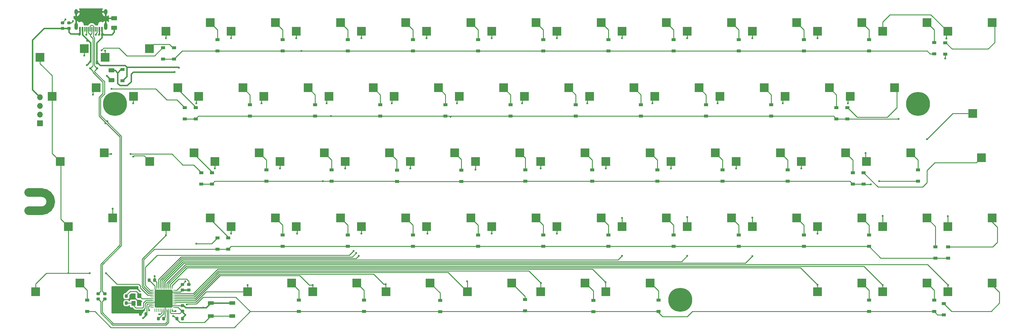
<source format=gbr>
%TF.GenerationSoftware,KiCad,Pcbnew,(6.0.11)*%
%TF.CreationDate,2023-03-31T22:52:28+09:00*%
%TF.ProjectId,KiCad_KMKB-JP_Poker,4b694361-645f-44b4-9d4b-422d4a505f50,rev?*%
%TF.SameCoordinates,Original*%
%TF.FileFunction,Copper,L2,Bot*%
%TF.FilePolarity,Positive*%
%FSLAX46Y46*%
G04 Gerber Fmt 4.6, Leading zero omitted, Abs format (unit mm)*
G04 Created by KiCad (PCBNEW (6.0.11)) date 2023-03-31 22:52:28*
%MOMM*%
%LPD*%
G01*
G04 APERTURE LIST*
G04 Aperture macros list*
%AMRoundRect*
0 Rectangle with rounded corners*
0 $1 Rounding radius*
0 $2 $3 $4 $5 $6 $7 $8 $9 X,Y pos of 4 corners*
0 Add a 4 corners polygon primitive as box body*
4,1,4,$2,$3,$4,$5,$6,$7,$8,$9,$2,$3,0*
0 Add four circle primitives for the rounded corners*
1,1,$1+$1,$2,$3*
1,1,$1+$1,$4,$5*
1,1,$1+$1,$6,$7*
1,1,$1+$1,$8,$9*
0 Add four rect primitives between the rounded corners*
20,1,$1+$1,$2,$3,$4,$5,0*
20,1,$1+$1,$4,$5,$6,$7,0*
20,1,$1+$1,$6,$7,$8,$9,0*
20,1,$1+$1,$8,$9,$2,$3,0*%
G04 Aperture macros list end*
%TA.AperFunction,EtchedComponent*%
%ADD10C,2.501900*%
%TD*%
%TA.AperFunction,SMDPad,CuDef*%
%ADD11R,2.550000X2.500000*%
%TD*%
%TA.AperFunction,ComponentPad*%
%ADD12C,7.000000*%
%TD*%
%TA.AperFunction,ComponentPad*%
%ADD13R,1.700000X1.700000*%
%TD*%
%TA.AperFunction,ComponentPad*%
%ADD14O,1.700000X1.700000*%
%TD*%
%TA.AperFunction,SMDPad,CuDef*%
%ADD15R,1.200000X0.900000*%
%TD*%
%TA.AperFunction,SMDPad,CuDef*%
%ADD16RoundRect,0.218750X0.256250X-0.218750X0.256250X0.218750X-0.256250X0.218750X-0.256250X-0.218750X0*%
%TD*%
%TA.AperFunction,SMDPad,CuDef*%
%ADD17RoundRect,0.218750X0.218750X0.256250X-0.218750X0.256250X-0.218750X-0.256250X0.218750X-0.256250X0*%
%TD*%
%TA.AperFunction,SMDPad,CuDef*%
%ADD18RoundRect,0.218750X-0.218750X-0.256250X0.218750X-0.256250X0.218750X0.256250X-0.218750X0.256250X0*%
%TD*%
%TA.AperFunction,SMDPad,CuDef*%
%ADD19R,1.700000X1.000000*%
%TD*%
%TA.AperFunction,SMDPad,CuDef*%
%ADD20RoundRect,0.250000X-0.625000X0.375000X-0.625000X-0.375000X0.625000X-0.375000X0.625000X0.375000X0*%
%TD*%
%TA.AperFunction,SMDPad,CuDef*%
%ADD21R,0.700000X1.000000*%
%TD*%
%TA.AperFunction,SMDPad,CuDef*%
%ADD22R,0.700000X0.600000*%
%TD*%
%TA.AperFunction,SMDPad,CuDef*%
%ADD23R,0.600000X1.450000*%
%TD*%
%TA.AperFunction,SMDPad,CuDef*%
%ADD24R,0.300000X1.450000*%
%TD*%
%TA.AperFunction,ComponentPad*%
%ADD25O,1.000000X2.100000*%
%TD*%
%TA.AperFunction,ComponentPad*%
%ADD26O,1.000000X1.600000*%
%TD*%
%TA.AperFunction,SMDPad,CuDef*%
%ADD27RoundRect,0.062500X0.062500X-0.475000X0.062500X0.475000X-0.062500X0.475000X-0.062500X-0.475000X0*%
%TD*%
%TA.AperFunction,SMDPad,CuDef*%
%ADD28RoundRect,0.062500X0.475000X-0.062500X0.475000X0.062500X-0.475000X0.062500X-0.475000X-0.062500X0*%
%TD*%
%TA.AperFunction,SMDPad,CuDef*%
%ADD29RoundRect,0.250000X2.350000X-2.350000X2.350000X2.350000X-2.350000X2.350000X-2.350000X-2.350000X0*%
%TD*%
%TA.AperFunction,SMDPad,CuDef*%
%ADD30R,1.200000X1.400000*%
%TD*%
%TA.AperFunction,SMDPad,CuDef*%
%ADD31RoundRect,0.218750X-0.256250X0.218750X-0.256250X-0.218750X0.256250X-0.218750X0.256250X0.218750X0*%
%TD*%
%TA.AperFunction,ViaPad*%
%ADD32C,0.600000*%
%TD*%
%TA.AperFunction,Conductor*%
%ADD33C,0.254000*%
%TD*%
%TA.AperFunction,Conductor*%
%ADD34C,0.381000*%
%TD*%
%TA.AperFunction,Conductor*%
%ADD35C,0.261112*%
%TD*%
G04 APERTURE END LIST*
D10*
%TO.C,REF\u002A\u002A*%
X124993750Y-226417800D02*
X128793750Y-226417800D01*
X124993750Y-231719700D02*
X128793750Y-231719700D01*
X131444700Y-229068750D02*
G75*
G03*
X128793750Y-226417800I-2650949J1D01*
G01*
X128793750Y-231719700D02*
G75*
G03*
X131444700Y-229068750I1J2650949D01*
G01*
%TD*%
D11*
%TO.P,K_.1,1,COL*%
%TO.N,COL9*%
X317558750Y-236378750D03*
%TO.P,K_.1,2,ROW*%
%TO.N,Net-(D48-Pad2)*%
X330485750Y-233838750D03*
%TD*%
%TO.P,K_\u002C1,1,COL*%
%TO.N,COL8*%
X298508750Y-236378750D03*
%TO.P,K_\u002C1,2,ROW*%
%TO.N,Net-(D44-Pad2)*%
X311435750Y-233838750D03*
%TD*%
%TO.P,K_#1,1,COL*%
%TO.N,Net-(D7-Pad2)*%
X160278750Y-184308750D03*
%TO.P,K_#1,2,ROW*%
%TO.N,COL1*%
X147351750Y-186848750D03*
%TD*%
%TO.P,K_#2,1,COL*%
%TO.N,COL2*%
X165158750Y-179228750D03*
%TO.P,K_#2,2,ROW*%
%TO.N,Net-(D11-Pad2)*%
X178085750Y-176688750D03*
%TD*%
%TO.P,K_#3,1,COL*%
%TO.N,COL3*%
X184208750Y-179228750D03*
%TO.P,K_#3,2,ROW*%
%TO.N,Net-(D16-Pad2)*%
X197135750Y-176688750D03*
%TD*%
%TO.P,K_#4,1,COL*%
%TO.N,COL4*%
X203258750Y-179228750D03*
%TO.P,K_#4,2,ROW*%
%TO.N,Net-(D21-Pad2)*%
X216185750Y-176688750D03*
%TD*%
%TO.P,K_#5,1,COL*%
%TO.N,COL5*%
X222308750Y-179228750D03*
%TO.P,K_#5,2,ROW*%
%TO.N,Net-(D26-Pad2)*%
X235235750Y-176688750D03*
%TD*%
%TO.P,K_#6,1,COL*%
%TO.N,COL6*%
X241358750Y-179228750D03*
%TO.P,K_#6,2,ROW*%
%TO.N,Net-(D32-Pad2)*%
X254285750Y-176688750D03*
%TD*%
%TO.P,K_#7,1,COL*%
%TO.N,COL7*%
X260408750Y-179228750D03*
%TO.P,K_#7,2,ROW*%
%TO.N,Net-(D37-Pad2)*%
X273335750Y-176688750D03*
%TD*%
%TO.P,K_#8,1,COL*%
%TO.N,COL8*%
X279458750Y-179228750D03*
%TO.P,K_#8,2,ROW*%
%TO.N,Net-(D41-Pad2)*%
X292385750Y-176688750D03*
%TD*%
%TO.P,K_#9,1,COL*%
%TO.N,COL9*%
X298508750Y-179228750D03*
%TO.P,K_#9,2,ROW*%
%TO.N,Net-(D45-Pad2)*%
X311435750Y-176688750D03*
%TD*%
%TO.P,K_#0_1,1,COL*%
%TO.N,COL10*%
X317558750Y-179228750D03*
%TO.P,K_#0_1,2,ROW*%
%TO.N,Net-(D49-Pad2)*%
X330485750Y-176688750D03*
%TD*%
%TO.P,K_:1,1,COL*%
%TO.N,COL11*%
X350896250Y-217328750D03*
%TO.P,K_:1,2,ROW*%
%TO.N,Net-(D55-Pad2)*%
X363823250Y-214788750D03*
%TD*%
%TO.P,K_-1,1,COL*%
%TO.N,COL11*%
X336608750Y-179228750D03*
%TO.P,K_-1,2,ROW*%
%TO.N,Net-(D53-Pad2)*%
X349535750Y-176688750D03*
%TD*%
%TO.P,K_/1,1,COL*%
%TO.N,COL10*%
X336608750Y-236378750D03*
%TO.P,K_/1,2,ROW*%
%TO.N,Net-(D52-Pad2)*%
X349535750Y-233838750D03*
%TD*%
%TO.P,K_;1,1,COL*%
%TO.N,COL10*%
X331846250Y-217328750D03*
%TO.P,K_;1,2,ROW*%
%TO.N,Net-(D51-Pad2)*%
X344773250Y-214788750D03*
%TD*%
%TO.P,K_@1,1,COL*%
%TO.N,COL11*%
X346133750Y-198278750D03*
%TO.P,K_@1,2,ROW*%
%TO.N,Net-(D54-Pad2)*%
X359060750Y-195738750D03*
%TD*%
%TO.P,K_]1,1,COL*%
%TO.N,COL12*%
X369946250Y-217328750D03*
%TO.P,K_]1,2,ROW*%
%TO.N,Net-(D60-Pad2)*%
X382873250Y-214788750D03*
%TD*%
%TO.P,K_[1,1,COL*%
%TO.N,COL12*%
X365183750Y-198278750D03*
%TO.P,K_[1,2,ROW*%
%TO.N,Net-(D59-Pad2)*%
X378110750Y-195738750D03*
%TD*%
%TO.P,K_A1,1,COL*%
%TO.N,COL1*%
X160396250Y-217328750D03*
%TO.P,K_A1,2,ROW*%
%TO.N,Net-(D9-Pad2)*%
X173323250Y-214788750D03*
%TD*%
%TO.P,K_B1,1,COL*%
%TO.N,COL5*%
X241358750Y-236378750D03*
%TO.P,K_B1,2,ROW*%
%TO.N,Net-(D29-Pad2)*%
X254285750Y-233838750D03*
%TD*%
%TO.P,K_YEN1,1,COL*%
%TO.N,COL13*%
X374708750Y-179228750D03*
%TO.P,K_YEN1,2,ROW*%
%TO.N,Net-(D63-Pad2)*%
X387635750Y-176688750D03*
%TD*%
%TO.P,K_C1,1,COL*%
%TO.N,COL3*%
X203258750Y-236378750D03*
%TO.P,K_C1,2,ROW*%
%TO.N,Net-(D19-Pad2)*%
X216185750Y-233838750D03*
%TD*%
%TO.P,K_D1,1,COL*%
%TO.N,COL3*%
X198496250Y-217328750D03*
%TO.P,K_D1,2,ROW*%
%TO.N,Net-(D18-Pad2)*%
X211423250Y-214788750D03*
%TD*%
%TO.P,K_E1,1,COL*%
%TO.N,COL3*%
X193733750Y-198278750D03*
%TO.P,K_E1,2,ROW*%
%TO.N,Net-(D17-Pad2)*%
X206660750Y-195738750D03*
%TD*%
%TO.P,K_ENTER1,1,COL*%
%TO.N,COL13*%
X401002500Y-203258750D03*
%TO.P,K_ENTER1,2,ROW*%
%TO.N,Net-(D65-Pad2)*%
X403542500Y-216185750D03*
%TD*%
%TO.P,K_F1,1,COL*%
%TO.N,COL4*%
X217546250Y-217328750D03*
%TO.P,K_F1,2,ROW*%
%TO.N,Net-(D23-Pad2)*%
X230473250Y-214788750D03*
%TD*%
%TO.P,K_G1,1,COL*%
%TO.N,COL5*%
X236596250Y-217328750D03*
%TO.P,K_G1,2,ROW*%
%TO.N,Net-(D28-Pad2)*%
X249523250Y-214788750D03*
%TD*%
%TO.P,K_ESC1,1,COL*%
%TO.N,Net-(D2-Pad2)*%
X141228750Y-184308750D03*
%TO.P,K_ESC1,2,ROW*%
%TO.N,COL0*%
X128301750Y-186848750D03*
%TD*%
%TO.P,K_H1,1,COL*%
%TO.N,COL6*%
X255646250Y-217328750D03*
%TO.P,K_H1,2,ROW*%
%TO.N,Net-(D34-Pad2)*%
X268573250Y-214788750D03*
%TD*%
%TO.P,K_I1,1,COL*%
%TO.N,COL8*%
X288983750Y-198278750D03*
%TO.P,K_I1,2,ROW*%
%TO.N,Net-(D42-Pad2)*%
X301910750Y-195738750D03*
%TD*%
%TO.P,K_J1,1,COL*%
%TO.N,COL7*%
X274696250Y-217328750D03*
%TO.P,K_J1,2,ROW*%
%TO.N,Net-(D39-Pad2)*%
X287623250Y-214788750D03*
%TD*%
%TO.P,K_K1,1,COL*%
%TO.N,COL8*%
X293746250Y-217328750D03*
%TO.P,K_K1,2,ROW*%
%TO.N,Net-(D43-Pad2)*%
X306673250Y-214788750D03*
%TD*%
%TO.P,K_L1,1,COL*%
%TO.N,COL9*%
X312796250Y-217328750D03*
%TO.P,K_L1,2,ROW*%
%TO.N,Net-(D47-Pad2)*%
X325723250Y-214788750D03*
%TD*%
%TO.P,K_LALT1,1,COL*%
%TO.N,COL2*%
X188971250Y-255428750D03*
%TO.P,K_LALT1,2,ROW*%
%TO.N,Net-(D15-Pad2)*%
X201898250Y-252888750D03*
%TD*%
%TO.P,K_LCTRL1,1,COL*%
%TO.N,COL0*%
X127058750Y-255428750D03*
%TO.P,K_LCTRL1,2,ROW*%
%TO.N,Net-(D6-Pad2)*%
X139985750Y-252888750D03*
%TD*%
%TO.P,K_LSFT1,1,COL*%
%TO.N,COL0*%
X136583750Y-236378750D03*
%TO.P,K_LSFT1,2,ROW*%
%TO.N,Net-(D5-Pad2)*%
X149510750Y-233838750D03*
%TD*%
%TO.P,K_M1,1,COL*%
%TO.N,COL7*%
X279458750Y-236378750D03*
%TO.P,K_M1,2,ROW*%
%TO.N,Net-(D40-Pad2)*%
X292385750Y-233838750D03*
%TD*%
%TO.P,K_N1,1,COL*%
%TO.N,COL6*%
X260408750Y-236378750D03*
%TO.P,K_N1,2,ROW*%
%TO.N,Net-(D35-Pad2)*%
X273335750Y-233838750D03*
%TD*%
%TO.P,K_O1,1,COL*%
%TO.N,COL9*%
X308033750Y-198278750D03*
%TO.P,K_O1,2,ROW*%
%TO.N,Net-(D46-Pad2)*%
X320960750Y-195738750D03*
%TD*%
%TO.P,K_P1,1,COL*%
%TO.N,COL10*%
X327083750Y-198278750D03*
%TO.P,K_P1,2,ROW*%
%TO.N,Net-(D50-Pad2)*%
X340010750Y-195738750D03*
%TD*%
%TO.P,K_R1,1,COL*%
%TO.N,COL4*%
X212783750Y-198278750D03*
%TO.P,K_R1,2,ROW*%
%TO.N,Net-(D22-Pad2)*%
X225710750Y-195738750D03*
%TD*%
%TO.P,K_LEFT1,1,COL*%
%TO.N,COL11*%
X355658750Y-255428750D03*
%TO.P,K_LEFT1,2,ROW*%
%TO.N,Net-(D57-Pad2)*%
X368585750Y-252888750D03*
%TD*%
%TO.P,K_RIGHT1,1,COL*%
%TO.N,COL13*%
X393758750Y-255428750D03*
%TO.P,K_RIGHT1,2,ROW*%
%TO.N,Net-(D67-Pad2)*%
X406685750Y-252888750D03*
%TD*%
%TO.P,K_RSFT1,1,COL*%
%TO.N,COL13*%
X393758750Y-236378750D03*
%TO.P,K_RSFT1,2,ROW*%
%TO.N,Net-(D66-Pad2)*%
X406685750Y-233838750D03*
%TD*%
%TO.P,K_S1,1,COL*%
%TO.N,COL2*%
X179446250Y-217328750D03*
%TO.P,K_S1,2,ROW*%
%TO.N,Net-(D13-Pad2)*%
X192373250Y-214788750D03*
%TD*%
%TO.P,K_T1,1,COL*%
%TO.N,COL5*%
X231833750Y-198278750D03*
%TO.P,K_T1,2,ROW*%
%TO.N,Net-(D27-Pad2)*%
X244760750Y-195738750D03*
%TD*%
%TO.P,K_TAB1,1,COL*%
%TO.N,COL0*%
X131821250Y-198278750D03*
%TO.P,K_TAB1,2,ROW*%
%TO.N,Net-(D3-Pad2)*%
X144748250Y-195738750D03*
%TD*%
%TO.P,K_U1,1,COL*%
%TO.N,COL7*%
X269933750Y-198278750D03*
%TO.P,K_U1,2,ROW*%
%TO.N,Net-(D38-Pad2)*%
X282860750Y-195738750D03*
%TD*%
%TO.P,K_V1,1,COL*%
%TO.N,COL4*%
X222308750Y-236378750D03*
%TO.P,K_V1,2,ROW*%
%TO.N,Net-(D24-Pad2)*%
X235235750Y-233838750D03*
%TD*%
%TO.P,K_X1,1,COL*%
%TO.N,COL2*%
X184208750Y-236378750D03*
%TO.P,K_X1,2,ROW*%
%TO.N,Net-(D14-Pad2)*%
X197135750Y-233838750D03*
%TD*%
%TO.P,K_Y1,1,COL*%
%TO.N,COL6*%
X250883750Y-198278750D03*
%TO.P,K_Y1,2,ROW*%
%TO.N,Net-(D33-Pad2)*%
X263810750Y-195738750D03*
%TD*%
%TO.P,K_Z1,1,COL*%
%TO.N,COL1*%
X165158750Y-236378750D03*
%TO.P,K_Z1,2,ROW*%
%TO.N,Net-(D10-Pad2)*%
X178085750Y-233838750D03*
%TD*%
%TO.P,K_DOWN1,1,COL*%
%TO.N,COL12*%
X374708750Y-255428750D03*
%TO.P,K_DOWN1,2,ROW*%
%TO.N,Net-(D62-Pad2)*%
X387635750Y-252888750D03*
%TD*%
%TO.P,K_BKSL1,1,COL*%
%TO.N,COL11*%
X355658750Y-236378750D03*
%TO.P,K_BKSL1,2,ROW*%
%TO.N,Net-(D56-Pad2)*%
X368585750Y-233838750D03*
%TD*%
%TO.P,K_BKSPC1,1,COL*%
%TO.N,COL13*%
X393758750Y-179228750D03*
%TO.P,K_BKSPC1,2,ROW*%
%TO.N,Net-(D64-Pad2)*%
X406685750Y-176688750D03*
%TD*%
%TO.P,K_W1,1,COL*%
%TO.N,COL2*%
X174683750Y-198278750D03*
%TO.P,K_W1,2,ROW*%
%TO.N,Net-(D12-Pad2)*%
X187610750Y-195738750D03*
%TD*%
%TO.P,K_Q1,1,COL*%
%TO.N,COL1*%
X155633750Y-198278750D03*
%TO.P,K_Q1,2,ROW*%
%TO.N,Net-(D8-Pad2)*%
X168560750Y-195738750D03*
%TD*%
%TO.P,K_CAPS1,1,COL*%
%TO.N,COL0*%
X134202500Y-217328750D03*
%TO.P,K_CAPS1,2,ROW*%
%TO.N,Net-(D4-Pad2)*%
X147129500Y-214788750D03*
%TD*%
%TO.P,K_NHENK1,1,COL*%
%TO.N,COL3*%
X208021250Y-255428750D03*
%TO.P,K_NHENK1,2,ROW*%
%TO.N,Net-(D20-Pad2)*%
X220948250Y-252888750D03*
%TD*%
D12*
%TO.P,REF\u002A\u002A,1*%
%TO.N,N/C*%
X150193750Y-200468750D03*
X315493750Y-257768750D03*
X385043750Y-200468750D03*
%TD*%
D11*
%TO.P,K_=1,1,COL*%
%TO.N,COL12*%
X355658750Y-179228750D03*
%TO.P,K_=1,2,ROW*%
%TO.N,Net-(D58-Pad2)*%
X368585750Y-176688750D03*
%TD*%
%TO.P,K_HENK1,1,COL*%
%TO.N,COL6*%
X274696250Y-255428750D03*
%TO.P,K_HENK1,2,ROW*%
%TO.N,Net-(D31-Pad2)*%
X287623250Y-252888750D03*
%TD*%
%TO.P,K_WIN1,1,COL*%
%TO.N,COL7*%
X293746250Y-255428750D03*
%TO.P,K_WIN1,2,ROW*%
%TO.N,Net-(D36-Pad2)*%
X306673250Y-252888750D03*
%TD*%
D13*
%TO.P,J1,1,Pin_1*%
%TO.N,VCC*%
X128270000Y-206111000D03*
D14*
%TO.P,J1,2,Pin_2*%
%TO.N,D-*%
X128270000Y-203571000D03*
%TO.P,J1,3,Pin_3*%
%TO.N,D+*%
X128270000Y-201031000D03*
%TO.P,J1,4,Pin_4*%
%TO.N,GND*%
X128270000Y-198491000D03*
%TD*%
D11*
%TO.P,K_UP1,1,COL*%
%TO.N,COL12*%
X374708750Y-236378750D03*
%TO.P,K_UP1,2,ROW*%
%TO.N,Net-(D61-Pad2)*%
X387635750Y-233838750D03*
%TD*%
%TO.P,K_RSPACE1,1,COL*%
%TO.N,COL5*%
X253265000Y-255428750D03*
%TO.P,K_RSPACE1,2,ROW*%
%TO.N,Net-(D30-Pad2)*%
X266192000Y-252888750D03*
%TD*%
%TO.P,K_LSPACE1,1,COL*%
%TO.N,COL4*%
X229452500Y-255428750D03*
%TO.P,K_LSPACE1,2,ROW*%
%TO.N,Net-(D25-Pad2)*%
X242379500Y-252888750D03*
%TD*%
D15*
%TO.P,D2,1,K*%
%TO.N,ROW0*%
X164306250Y-187387500D03*
%TO.P,D2,2,A*%
%TO.N,Net-(D2-Pad2)*%
X164306250Y-184087500D03*
%TD*%
%TO.P,D3,1,K*%
%TO.N,ROW1*%
X170656250Y-204850000D03*
%TO.P,D3,2,A*%
%TO.N,Net-(D3-Pad2)*%
X170656250Y-201550000D03*
%TD*%
%TO.P,D4,1,K*%
%TO.N,ROW2*%
X175418750Y-223900000D03*
%TO.P,D4,2,A*%
%TO.N,Net-(D4-Pad2)*%
X175418750Y-220600000D03*
%TD*%
%TO.P,D5,1,K*%
%TO.N,ROW3*%
X180181250Y-242950000D03*
%TO.P,D5,2,A*%
%TO.N,Net-(D5-Pad2)*%
X180181250Y-239650000D03*
%TD*%
%TO.P,D6,1,K*%
%TO.N,ROW4*%
X142081250Y-261206250D03*
%TO.P,D6,2,A*%
%TO.N,Net-(D6-Pad2)*%
X142081250Y-257906250D03*
%TD*%
%TO.P,D8,1,K*%
%TO.N,ROW1*%
X173831250Y-204850000D03*
%TO.P,D8,2,A*%
%TO.N,Net-(D8-Pad2)*%
X173831250Y-201550000D03*
%TD*%
%TO.P,D11,1,K*%
%TO.N,ROW0*%
X180181250Y-185006250D03*
%TO.P,D11,2,A*%
%TO.N,Net-(D11-Pad2)*%
X180181250Y-181706250D03*
%TD*%
%TO.P,D13,1,K*%
%TO.N,ROW2*%
X194468750Y-223106250D03*
%TO.P,D13,2,A*%
%TO.N,Net-(D13-Pad2)*%
X194468750Y-219806250D03*
%TD*%
%TO.P,D10,1,K*%
%TO.N,ROW3*%
X183356250Y-242950000D03*
%TO.P,D10,2,A*%
%TO.N,Net-(D10-Pad2)*%
X183356250Y-239650000D03*
%TD*%
%TO.P,D15,1,K*%
%TO.N,ROW4*%
X203993750Y-261206250D03*
%TO.P,D15,2,A*%
%TO.N,Net-(D15-Pad2)*%
X203993750Y-257906250D03*
%TD*%
%TO.P,D16,1,K*%
%TO.N,ROW0*%
X199231250Y-185006250D03*
%TO.P,D16,2,A*%
%TO.N,Net-(D16-Pad2)*%
X199231250Y-181706250D03*
%TD*%
%TO.P,D17,1,K*%
%TO.N,ROW1*%
X208756250Y-204056250D03*
%TO.P,D17,2,A*%
%TO.N,Net-(D17-Pad2)*%
X208756250Y-200756250D03*
%TD*%
%TO.P,D18,1,K*%
%TO.N,ROW2*%
X213518750Y-223106250D03*
%TO.P,D18,2,A*%
%TO.N,Net-(D18-Pad2)*%
X213518750Y-219806250D03*
%TD*%
%TO.P,D14,1,K*%
%TO.N,ROW3*%
X199231250Y-242156250D03*
%TO.P,D14,2,A*%
%TO.N,Net-(D14-Pad2)*%
X199231250Y-238856250D03*
%TD*%
%TO.P,D21,1,K*%
%TO.N,ROW0*%
X218281250Y-185006250D03*
%TO.P,D21,2,A*%
%TO.N,Net-(D21-Pad2)*%
X218281250Y-181706250D03*
%TD*%
%TO.P,D22,1,K*%
%TO.N,ROW1*%
X227806250Y-204056250D03*
%TO.P,D22,2,A*%
%TO.N,Net-(D22-Pad2)*%
X227806250Y-200756250D03*
%TD*%
%TO.P,D23,1,K*%
%TO.N,ROW2*%
X232664000Y-223138000D03*
%TO.P,D23,2,A*%
%TO.N,Net-(D23-Pad2)*%
X232664000Y-219838000D03*
%TD*%
%TO.P,D19,1,K*%
%TO.N,ROW3*%
X218281250Y-242156250D03*
%TO.P,D19,2,A*%
%TO.N,Net-(D19-Pad2)*%
X218281250Y-238856250D03*
%TD*%
%TO.P,D26,1,K*%
%TO.N,ROW0*%
X237331250Y-185006250D03*
%TO.P,D26,2,A*%
%TO.N,Net-(D26-Pad2)*%
X237331250Y-181706250D03*
%TD*%
%TO.P,D27,1,K*%
%TO.N,ROW1*%
X246856250Y-204056250D03*
%TO.P,D27,2,A*%
%TO.N,Net-(D27-Pad2)*%
X246856250Y-200756250D03*
%TD*%
%TO.P,D24,1,K*%
%TO.N,ROW3*%
X237331250Y-242156250D03*
%TO.P,D24,2,A*%
%TO.N,Net-(D24-Pad2)*%
X237331250Y-238856250D03*
%TD*%
%TO.P,D32,1,K*%
%TO.N,ROW0*%
X256381250Y-185006250D03*
%TO.P,D32,2,A*%
%TO.N,Net-(D32-Pad2)*%
X256381250Y-181706250D03*
%TD*%
%TO.P,D33,1,K*%
%TO.N,ROW1*%
X265906250Y-204056250D03*
%TO.P,D33,2,A*%
%TO.N,Net-(D33-Pad2)*%
X265906250Y-200756250D03*
%TD*%
%TO.P,D34,1,K*%
%TO.N,ROW2*%
X270183000Y-223061000D03*
%TO.P,D34,2,A*%
%TO.N,Net-(D34-Pad2)*%
X270183000Y-219761000D03*
%TD*%
%TO.P,D29,1,K*%
%TO.N,ROW3*%
X256381250Y-242156250D03*
%TO.P,D29,2,A*%
%TO.N,Net-(D29-Pad2)*%
X256381250Y-238856250D03*
%TD*%
%TO.P,D37,1,K*%
%TO.N,ROW0*%
X275431250Y-185006250D03*
%TO.P,D37,2,A*%
%TO.N,Net-(D37-Pad2)*%
X275431250Y-181706250D03*
%TD*%
%TO.P,D38,1,K*%
%TO.N,ROW1*%
X284956250Y-204056250D03*
%TO.P,D38,2,A*%
%TO.N,Net-(D38-Pad2)*%
X284956250Y-200756250D03*
%TD*%
%TO.P,D39,1,K*%
%TO.N,ROW2*%
X289718750Y-223106250D03*
%TO.P,D39,2,A*%
%TO.N,Net-(D39-Pad2)*%
X289718750Y-219806250D03*
%TD*%
%TO.P,D35,1,K*%
%TO.N,ROW3*%
X275431250Y-242156250D03*
%TO.P,D35,2,A*%
%TO.N,Net-(D35-Pad2)*%
X275431250Y-238856250D03*
%TD*%
%TO.P,D41,1,K*%
%TO.N,ROW0*%
X294481250Y-185006250D03*
%TO.P,D41,2,A*%
%TO.N,Net-(D41-Pad2)*%
X294481250Y-181706250D03*
%TD*%
%TO.P,D42,1,K*%
%TO.N,ROW1*%
X304006250Y-204056250D03*
%TO.P,D42,2,A*%
%TO.N,Net-(D42-Pad2)*%
X304006250Y-200756250D03*
%TD*%
%TO.P,D43,1,K*%
%TO.N,ROW2*%
X308768750Y-223106250D03*
%TO.P,D43,2,A*%
%TO.N,Net-(D43-Pad2)*%
X308768750Y-219806250D03*
%TD*%
%TO.P,D40,1,K*%
%TO.N,ROW3*%
X294481250Y-242156250D03*
%TO.P,D40,2,A*%
%TO.N,Net-(D40-Pad2)*%
X294481250Y-238856250D03*
%TD*%
%TO.P,D45,1,K*%
%TO.N,ROW0*%
X313531250Y-185006250D03*
%TO.P,D45,2,A*%
%TO.N,Net-(D45-Pad2)*%
X313531250Y-181706250D03*
%TD*%
%TO.P,D46,1,K*%
%TO.N,ROW1*%
X323056250Y-204056250D03*
%TO.P,D46,2,A*%
%TO.N,Net-(D46-Pad2)*%
X323056250Y-200756250D03*
%TD*%
%TO.P,D47,1,K*%
%TO.N,ROW2*%
X327818750Y-223106250D03*
%TO.P,D47,2,A*%
%TO.N,Net-(D47-Pad2)*%
X327818750Y-219806250D03*
%TD*%
%TO.P,D44,1,K*%
%TO.N,ROW3*%
X313531250Y-242156250D03*
%TO.P,D44,2,A*%
%TO.N,Net-(D44-Pad2)*%
X313531250Y-238856250D03*
%TD*%
%TO.P,D49,1,K*%
%TO.N,ROW0*%
X332581250Y-185006250D03*
%TO.P,D49,2,A*%
%TO.N,Net-(D49-Pad2)*%
X332581250Y-181706250D03*
%TD*%
%TO.P,D50,1,K*%
%TO.N,ROW1*%
X342106250Y-204056250D03*
%TO.P,D50,2,A*%
%TO.N,Net-(D50-Pad2)*%
X342106250Y-200756250D03*
%TD*%
%TO.P,D51,1,K*%
%TO.N,ROW2*%
X346868750Y-223106250D03*
%TO.P,D51,2,A*%
%TO.N,Net-(D51-Pad2)*%
X346868750Y-219806250D03*
%TD*%
%TO.P,D48,1,K*%
%TO.N,ROW3*%
X332581250Y-242156250D03*
%TO.P,D48,2,A*%
%TO.N,Net-(D48-Pad2)*%
X332581250Y-238856250D03*
%TD*%
%TO.P,D53,1,K*%
%TO.N,ROW0*%
X351631250Y-185006250D03*
%TO.P,D53,2,A*%
%TO.N,Net-(D53-Pad2)*%
X351631250Y-181706250D03*
%TD*%
%TO.P,D54,1,K*%
%TO.N,ROW1*%
X361156250Y-204850000D03*
%TO.P,D54,2,A*%
%TO.N,Net-(D54-Pad2)*%
X361156250Y-201550000D03*
%TD*%
%TO.P,D55,1,K*%
%TO.N,ROW2*%
X365918750Y-223900000D03*
%TO.P,D55,2,A*%
%TO.N,Net-(D55-Pad2)*%
X365918750Y-220600000D03*
%TD*%
%TO.P,D52,1,K*%
%TO.N,ROW3*%
X351631250Y-242156250D03*
%TO.P,D52,2,A*%
%TO.N,Net-(D52-Pad2)*%
X351631250Y-238856250D03*
%TD*%
%TO.P,D57,1,K*%
%TO.N,ROW4*%
X370681250Y-261206250D03*
%TO.P,D57,2,A*%
%TO.N,Net-(D57-Pad2)*%
X370681250Y-257906250D03*
%TD*%
%TO.P,D59,1,K*%
%TO.N,ROW1*%
X364331250Y-204850000D03*
%TO.P,D59,2,A*%
%TO.N,Net-(D59-Pad2)*%
X364331250Y-201550000D03*
%TD*%
%TO.P,D66,1,K*%
%TO.N,ROW3*%
X393843750Y-245568750D03*
%TO.P,D66,2,A*%
%TO.N,Net-(D66-Pad2)*%
X393843750Y-242268750D03*
%TD*%
%TO.P,D60,1,K*%
%TO.N,ROW2*%
X384968750Y-223106250D03*
%TO.P,D60,2,A*%
%TO.N,Net-(D60-Pad2)*%
X384968750Y-219806250D03*
%TD*%
%TO.P,D65,1,K*%
%TO.N,ROW2*%
X369093750Y-223900000D03*
%TO.P,D65,2,A*%
%TO.N,Net-(D65-Pad2)*%
X369093750Y-220600000D03*
%TD*%
%TO.P,D67,1,K*%
%TO.N,ROW4*%
X392509375Y-262156250D03*
%TO.P,D67,2,A*%
%TO.N,Net-(D67-Pad2)*%
X392509375Y-258856250D03*
%TD*%
%TO.P,D63,1,K*%
%TO.N,ROW0*%
X389731250Y-185800000D03*
%TO.P,D63,2,A*%
%TO.N,Net-(D63-Pad2)*%
X389731250Y-182500000D03*
%TD*%
%TO.P,D58,1,K*%
%TO.N,ROW0*%
X370681250Y-185006250D03*
%TO.P,D58,2,A*%
%TO.N,Net-(D58-Pad2)*%
X370681250Y-181706250D03*
%TD*%
%TO.P,D64,1,K*%
%TO.N,ROW1*%
X392938000Y-185900000D03*
%TO.P,D64,2,A*%
%TO.N,Net-(D64-Pad2)*%
X392938000Y-182600000D03*
%TD*%
%TO.P,D56,1,K*%
%TO.N,ROW3*%
X370681250Y-242156250D03*
%TO.P,D56,2,A*%
%TO.N,Net-(D56-Pad2)*%
X370681250Y-238856250D03*
%TD*%
%TO.P,D62,1,K*%
%TO.N,ROW4*%
X389731250Y-261206250D03*
%TO.P,D62,2,A*%
%TO.N,Net-(D62-Pad2)*%
X389731250Y-257906250D03*
%TD*%
D16*
%TO.P,R6,1*%
%TO.N,GND*%
X171823875Y-254905750D03*
%TO.P,R6,2*%
%TO.N,Net-(R6-Pad2)*%
X171823875Y-253330750D03*
%TD*%
D17*
%TO.P,C4,1*%
%TO.N,+5V*%
X161816375Y-252022750D03*
%TO.P,C4,2*%
%TO.N,GND*%
X160241375Y-252022750D03*
%TD*%
D18*
%TO.P,R3,1*%
%TO.N,Net-(R3-Pad1)*%
X168382075Y-263332100D03*
%TO.P,R3,2*%
%TO.N,+5V*%
X169957075Y-263332100D03*
%TD*%
D19*
%TO.P,SW1,1,1*%
%TO.N,GND*%
X178214750Y-258732000D03*
X184514750Y-258732000D03*
%TO.P,SW1,2,2*%
%TO.N,Net-(R3-Pad1)*%
X184514750Y-262532000D03*
X178214750Y-262532000D03*
%TD*%
D15*
%TO.P,D12,1,K*%
%TO.N,ROW1*%
X189706250Y-204056250D03*
%TO.P,D12,2,A*%
%TO.N,Net-(D12-Pad2)*%
X189706250Y-200756250D03*
%TD*%
%TO.P,D20,1,K*%
%TO.N,ROW4*%
X223043750Y-261206250D03*
%TO.P,D20,2,A*%
%TO.N,Net-(D20-Pad2)*%
X223043750Y-257906250D03*
%TD*%
%TO.P,D28,1,K*%
%TO.N,ROW2*%
X251460000Y-223138000D03*
%TO.P,D28,2,A*%
%TO.N,Net-(D28-Pad2)*%
X251460000Y-219838000D03*
%TD*%
%TO.P,D9,1,K*%
%TO.N,ROW2*%
X178593750Y-223900000D03*
%TO.P,D9,2,A*%
%TO.N,Net-(D9-Pad2)*%
X178593750Y-220600000D03*
%TD*%
%TO.P,D1,1,A1*%
%TO.N,GND*%
X152400000Y-193737500D03*
%TO.P,D1,2,A2*%
%TO.N,+5V*%
X152400000Y-190437500D03*
%TD*%
D20*
%TO.P,F1,1*%
%TO.N,+5V*%
X149225000Y-190687500D03*
%TO.P,F1,2*%
%TO.N,VCC*%
X149225000Y-193487500D03*
%TD*%
%TO.P,L1,1*%
%TO.N,Earth*%
X149987000Y-175384000D03*
%TO.P,L1,2*%
%TO.N,GND*%
X149987000Y-178184000D03*
%TD*%
D16*
%TO.P,R4,1*%
%TO.N,GND*%
X134874000Y-178333500D03*
%TO.P,R4,2*%
%TO.N,Net-(R4-Pad2)*%
X134874000Y-176758500D03*
%TD*%
%TO.P,R5,1*%
%TO.N,GND*%
X136779000Y-178333500D03*
%TO.P,R5,2*%
%TO.N,Net-(R5-Pad2)*%
X136779000Y-176758500D03*
%TD*%
D21*
%TO.P,U2,1,GND*%
%TO.N,GND*%
X145018000Y-188353000D03*
D22*
%TO.P,U2,2,IO1*%
%TO.N,D+*%
X145018000Y-190053000D03*
%TO.P,U2,3,IO2*%
%TO.N,D-*%
X143018000Y-190053000D03*
%TO.P,U2,4,VCC*%
%TO.N,VCC*%
X143018000Y-188153000D03*
%TD*%
D23*
%TO.P,USB1,1,GND*%
%TO.N,GND*%
X139967500Y-178662400D03*
%TO.P,USB1,2,VBUS*%
%TO.N,VCC*%
X140742500Y-178662400D03*
D24*
%TO.P,USB1,3,SBU2*%
%TO.N,unconnected-(USB1-Pad3)*%
X141442500Y-178662400D03*
%TO.P,USB1,4,CC1*%
%TO.N,Net-(R5-Pad2)*%
X141942500Y-178662400D03*
%TO.P,USB1,5,DN2*%
%TO.N,D-*%
X142442500Y-178662400D03*
%TO.P,USB1,6,DP1*%
%TO.N,D+*%
X142942500Y-178662400D03*
%TO.P,USB1,7,DN1*%
%TO.N,D-*%
X143442500Y-178662400D03*
%TO.P,USB1,8,DP2*%
%TO.N,D+*%
X143942500Y-178662400D03*
%TO.P,USB1,9,SBU1*%
%TO.N,unconnected-(USB1-Pad9)*%
X144442500Y-178662400D03*
%TO.P,USB1,10,CC2*%
%TO.N,Net-(R4-Pad2)*%
X144942500Y-178662400D03*
D23*
%TO.P,USB1,11,VBUS*%
%TO.N,VCC*%
X145642500Y-178662400D03*
%TO.P,USB1,12,GND*%
%TO.N,GND*%
X146417500Y-178662400D03*
D25*
%TO.P,USB1,13,SHIELD*%
%TO.N,Earth*%
X138872500Y-177747400D03*
D26*
X147512500Y-173567400D03*
X138872500Y-173567400D03*
D25*
X147512500Y-177747400D03*
%TD*%
D27*
%TO.P,U1,1,PE6*%
%TO.N,ROW4*%
X166909375Y-260806250D03*
%TO.P,U1,2,UVCC*%
%TO.N,+5V*%
X166409375Y-260806250D03*
%TO.P,U1,3,D-*%
%TO.N,USB-*%
X165909375Y-260806250D03*
%TO.P,U1,4,D+*%
%TO.N,USB+*%
X165409375Y-260806250D03*
%TO.P,U1,5,UGND*%
%TO.N,GND*%
X164909375Y-260806250D03*
%TO.P,U1,6,UCAP*%
%TO.N,Net-(C3-Pad2)*%
X164409375Y-260806250D03*
%TO.P,U1,7,VBUS*%
%TO.N,+5V*%
X163909375Y-260806250D03*
%TO.P,U1,8,PB0*%
%TO.N,unconnected-(U1-Pad8)*%
X163409375Y-260806250D03*
%TO.P,U1,9,PB1*%
%TO.N,unconnected-(U1-Pad9)*%
X162909375Y-260806250D03*
%TO.P,U1,10,PB2*%
%TO.N,unconnected-(U1-Pad10)*%
X162409375Y-260806250D03*
%TO.P,U1,11,PB3*%
%TO.N,unconnected-(U1-Pad11)*%
X161909375Y-260806250D03*
D28*
%TO.P,U1,12,PB7*%
%TO.N,unconnected-(U1-Pad12)*%
X161071875Y-259968750D03*
%TO.P,U1,13,~{RESET}*%
%TO.N,Net-(R3-Pad1)*%
X161071875Y-259468750D03*
%TO.P,U1,14,VCC*%
%TO.N,+5V*%
X161071875Y-258968750D03*
%TO.P,U1,15,GND*%
%TO.N,GND*%
X161071875Y-258468750D03*
%TO.P,U1,16,XTAL2*%
%TO.N,Net-(C2-Pad1)*%
X161071875Y-257968750D03*
%TO.P,U1,17,XTAL1*%
%TO.N,Net-(C1-Pad1)*%
X161071875Y-257468750D03*
%TO.P,U1,18,PD0*%
%TO.N,unconnected-(U1-Pad18)*%
X161071875Y-256968750D03*
%TO.P,U1,19,PD1*%
%TO.N,COL0*%
X161071875Y-256468750D03*
%TO.P,U1,20,PD2*%
%TO.N,COL1*%
X161071875Y-255968750D03*
%TO.P,U1,21,PD3*%
%TO.N,ROW3*%
X161071875Y-255468750D03*
%TO.P,U1,22,PD5*%
%TO.N,ROW2*%
X161071875Y-254968750D03*
D27*
%TO.P,U1,23,GND*%
%TO.N,GND*%
X161909375Y-254131250D03*
%TO.P,U1,24,AVCC*%
%TO.N,+5V*%
X162409375Y-254131250D03*
%TO.P,U1,25,PD4*%
%TO.N,ROW1*%
X162909375Y-254131250D03*
%TO.P,U1,26,PD6*%
%TO.N,ROW0*%
X163409375Y-254131250D03*
%TO.P,U1,27,PD7*%
%TO.N,COL8*%
X163909375Y-254131250D03*
%TO.P,U1,28,PB4*%
%TO.N,COL9*%
X164409375Y-254131250D03*
%TO.P,U1,29,PB5*%
%TO.N,COL10*%
X164909375Y-254131250D03*
%TO.P,U1,30,PB6*%
%TO.N,COL13*%
X165409375Y-254131250D03*
%TO.P,U1,31,PC6*%
%TO.N,COL12*%
X165909375Y-254131250D03*
%TO.P,U1,32,PC7*%
%TO.N,COL11*%
X166409375Y-254131250D03*
%TO.P,U1,33,~{HWB}/PE2*%
%TO.N,Net-(R6-Pad2)*%
X166909375Y-254131250D03*
D28*
%TO.P,U1,34,VCC*%
%TO.N,+5V*%
X167746875Y-254968750D03*
%TO.P,U1,35,GND*%
%TO.N,GND*%
X167746875Y-255468750D03*
%TO.P,U1,36,PF7*%
%TO.N,COL7*%
X167746875Y-255968750D03*
%TO.P,U1,37,PF6*%
%TO.N,COL6*%
X167746875Y-256468750D03*
%TO.P,U1,38,PF5*%
%TO.N,COL5*%
X167746875Y-256968750D03*
%TO.P,U1,39,PF4*%
%TO.N,COL4*%
X167746875Y-257468750D03*
%TO.P,U1,40,PF1*%
%TO.N,COL3*%
X167746875Y-257968750D03*
%TO.P,U1,41,PF0*%
%TO.N,COL2*%
X167746875Y-258468750D03*
%TO.P,U1,42,AREF*%
%TO.N,unconnected-(U1-Pad42)*%
X167746875Y-258968750D03*
%TO.P,U1,43,GND*%
%TO.N,GND*%
X167746875Y-259468750D03*
%TO.P,U1,44,AVCC*%
%TO.N,+5V*%
X167746875Y-259968750D03*
D29*
%TO.P,U1,45,GND*%
%TO.N,GND*%
X164409375Y-257468750D03*
%TD*%
D30*
%TO.P,Y1,1,1*%
%TO.N,Net-(C1-Pad1)*%
X157306875Y-256637750D03*
%TO.P,Y1,2,2*%
%TO.N,GND*%
X157306875Y-258837750D03*
%TO.P,Y1,3,3*%
%TO.N,Net-(C2-Pad1)*%
X155606875Y-258837750D03*
%TO.P,Y1,4,4*%
%TO.N,GND*%
X155606875Y-256637750D03*
%TD*%
D17*
%TO.P,C2,1*%
%TO.N,Net-(C2-Pad1)*%
X153561375Y-258753750D03*
%TO.P,C2,2*%
%TO.N,GND*%
X151986375Y-258753750D03*
%TD*%
D16*
%TO.P,C7,1*%
%TO.N,+5V*%
X169918875Y-261065250D03*
%TO.P,C7,2*%
%TO.N,GND*%
X169918875Y-259490250D03*
%TD*%
D31*
%TO.P,C5,1*%
%TO.N,+5V*%
X169918875Y-253330750D03*
%TO.P,C5,2*%
%TO.N,GND*%
X169918875Y-254905750D03*
%TD*%
D17*
%TO.P,C3,1*%
%TO.N,GND*%
X164483375Y-263325750D03*
%TO.P,C3,2*%
%TO.N,Net-(C3-Pad2)*%
X162908375Y-263325750D03*
%TD*%
%TO.P,C6,1*%
%TO.N,+5V*%
X159276375Y-261928750D03*
%TO.P,C6,2*%
%TO.N,GND*%
X157701375Y-261928750D03*
%TD*%
%TO.P,C1,1*%
%TO.N,Net-(C1-Pad1)*%
X153561375Y-256721750D03*
%TO.P,C1,2*%
%TO.N,GND*%
X151986375Y-256721750D03*
%TD*%
D15*
%TO.P,D7,1,K*%
%TO.N,ROW0*%
X167481250Y-187387500D03*
%TO.P,D7,2,A*%
%TO.N,Net-(D7-Pad2)*%
X167481250Y-184087500D03*
%TD*%
D16*
%TO.P,R1,1*%
%TO.N,USB+*%
X147236336Y-257576164D03*
%TO.P,R1,2*%
%TO.N,D+*%
X147236336Y-256001164D03*
%TD*%
%TO.P,R2,1*%
%TO.N,USB-*%
X145299586Y-257576164D03*
%TO.P,R2,2*%
%TO.N,D-*%
X145299586Y-256001164D03*
%TD*%
D15*
%TO.P,D61,1,K*%
%TO.N,ROW3*%
X390128125Y-245568750D03*
%TO.P,D61,2,A*%
%TO.N,Net-(D61-Pad2)*%
X390128125Y-242268750D03*
%TD*%
%TO.P,D25,1,K*%
%TO.N,ROW4*%
X245268750Y-261268750D03*
%TO.P,D25,2,A*%
%TO.N,Net-(D25-Pad2)*%
X245268750Y-257968750D03*
%TD*%
%TO.P,D36,1,K*%
%TO.N,ROW4*%
X309165625Y-261200000D03*
%TO.P,D36,2,A*%
%TO.N,Net-(D36-Pad2)*%
X309165625Y-257900000D03*
%TD*%
%TO.P,D31,1,K*%
%TO.N,ROW4*%
X290075000Y-261281250D03*
%TO.P,D31,2,A*%
%TO.N,Net-(D31-Pad2)*%
X290075000Y-257981250D03*
%TD*%
%TO.P,D30,1,K*%
%TO.N,ROW4*%
X270075000Y-261000000D03*
%TO.P,D30,2,A*%
%TO.N,Net-(D30-Pad2)*%
X270075000Y-257700000D03*
%TD*%
D32*
%TO.N,COL6*%
X250190000Y-200279000D03*
X241300000Y-181229000D03*
X255651000Y-219710000D03*
X274732750Y-252888750D03*
X260413500Y-238379000D03*
%TO.N,+5V*%
X163187875Y-262055750D03*
X161790875Y-250879750D03*
X170807875Y-252403750D03*
X170760250Y-262230375D03*
X167640000Y-191135000D03*
X158425375Y-263103500D03*
%TO.N,COL7*%
X279463500Y-238379000D03*
X274701000Y-219329000D03*
X293655750Y-252634750D03*
X269240000Y-200279000D03*
X260350000Y-181229000D03*
%TO.N,COL0*%
X142875000Y-250031250D03*
X147637500Y-250031250D03*
%TO.N,ROW0*%
X221500000Y-244900000D03*
X204756250Y-185006250D03*
%TO.N,Net-(D2-Pad2)*%
X141224000Y-186309000D03*
X146304000Y-184785000D03*
%TO.N,ROW1*%
X392938000Y-187198000D03*
X379349000Y-204851000D03*
X220775000Y-244100000D03*
X213368750Y-204056250D03*
%TO.N,Net-(D3-Pad2)*%
X149225000Y-196088000D03*
X143764000Y-197739000D03*
%TO.N,Net-(D4-Pad2)*%
X149098000Y-215138000D03*
X154813000Y-215138000D03*
%TO.N,Net-(D5-Pad2)*%
X149510750Y-231140000D03*
X174021750Y-241331750D03*
%TO.N,ROW2*%
X373675000Y-223100000D03*
X211043750Y-223106250D03*
X220000000Y-243475000D03*
X371200000Y-224050000D03*
%TO.N,ROW4*%
X171252375Y-259166500D03*
X167900000Y-261075000D03*
%TO.N,COL1*%
X147320000Y-184912000D03*
X165100000Y-238918750D03*
X155575000Y-200279000D03*
X155575000Y-215900000D03*
%TO.N,COL2*%
X188976000Y-253492000D03*
X173990000Y-200279000D03*
X179451000Y-219329000D03*
X184213500Y-238379000D03*
X165100000Y-181229000D03*
%TO.N,COL5*%
X253206250Y-252412500D03*
X236601000Y-219329000D03*
X241617500Y-238379000D03*
X231140000Y-200279000D03*
X222250000Y-181229000D03*
%TO.N,COL3*%
X193040000Y-200279000D03*
X203517500Y-238379000D03*
X198501000Y-219329000D03*
X208057750Y-253492000D03*
X184150000Y-181229000D03*
%TO.N,COL4*%
X212090000Y-200279000D03*
X203200000Y-181229000D03*
X217551000Y-219329000D03*
X229393750Y-253206250D03*
X222313500Y-238379000D03*
%TO.N,COL8*%
X288290000Y-200279000D03*
X298481750Y-244906750D03*
X279400000Y-181229000D03*
X298481750Y-233838750D03*
X293751000Y-219329000D03*
%TO.N,GND*%
X139827000Y-180213000D03*
X146431000Y-180213000D03*
X176075000Y-260050000D03*
X168910000Y-189865000D03*
%TO.N,D-*%
X147417025Y-206150975D03*
%TO.N,D+*%
X147984975Y-205583025D03*
%TO.N,COL9*%
X307340000Y-200279000D03*
X317525000Y-244950000D03*
X298450000Y-181229000D03*
X317531750Y-233584750D03*
X312801000Y-219329000D03*
%TO.N,COL10*%
X317500000Y-181229000D03*
X326390000Y-200279000D03*
X331851000Y-219329000D03*
X336550000Y-245000000D03*
X336581750Y-233711750D03*
%TO.N,COL11*%
X355600000Y-253365000D03*
X355663500Y-238379000D03*
X345440000Y-200279000D03*
X350901000Y-219329000D03*
X336550000Y-181229000D03*
%TO.N,COL12*%
X364490000Y-200279000D03*
X355600000Y-181229000D03*
X374713500Y-253492000D03*
X369697000Y-214884000D03*
X374713500Y-233235500D03*
%TO.N,COL13*%
X393795250Y-253492000D03*
X393319000Y-181356000D03*
X387604000Y-210820000D03*
X393731750Y-233330750D03*
%TO.N,Net-(R4-Pad2)*%
X135763000Y-175768000D03*
X144653000Y-180213000D03*
%TO.N,Net-(R3-Pad1)*%
X160203375Y-260817500D03*
X167251875Y-262532000D03*
%TO.N,VCC*%
X147828000Y-192278000D03*
X145542000Y-180213000D03*
X142113000Y-181991000D03*
X141986000Y-189103000D03*
%TO.N,Net-(R5-Pad2)*%
X141859000Y-180213000D03*
X137922000Y-176276000D03*
%TD*%
D33*
%TO.N,COL6*%
X271188000Y-249313000D02*
X274732750Y-252857750D01*
X180435612Y-249313000D02*
X271188000Y-249313000D01*
X255651000Y-219710000D02*
X255651000Y-217333500D01*
X241358750Y-181170250D02*
X241300000Y-181229000D01*
X241358750Y-179228750D02*
X241358750Y-181170250D01*
X250190000Y-198972500D02*
X250883750Y-198278750D01*
X274696250Y-252925250D02*
X274696250Y-255428750D01*
X250190000Y-200279000D02*
X250190000Y-198972500D01*
X260413500Y-238379000D02*
X260413500Y-236383500D01*
X255651000Y-217333500D02*
X255646250Y-217328750D01*
X167746875Y-256468750D02*
X173279863Y-256468750D01*
X173279863Y-256468750D02*
X180435612Y-249313000D01*
X260413500Y-236383500D02*
X260408750Y-236378750D01*
%TO.N,+5V*%
X163441875Y-262055750D02*
X163187875Y-262055750D01*
X163909375Y-260806250D02*
X163909375Y-261588250D01*
X163909375Y-261588250D02*
X163441875Y-262055750D01*
X169790250Y-261065250D02*
X168693750Y-259968750D01*
D34*
X158425375Y-263103500D02*
X159276375Y-262252500D01*
X169918875Y-261389000D02*
X170760250Y-262230375D01*
X153797000Y-195072000D02*
X154940000Y-193929000D01*
D33*
X162409375Y-254131250D02*
X162409375Y-252615750D01*
X166409375Y-261594250D02*
X166616875Y-261801750D01*
X166616875Y-261801750D02*
X169182375Y-261801750D01*
X166409375Y-260806250D02*
X166409375Y-261594250D01*
D34*
X169918875Y-261065250D02*
X169918875Y-261389000D01*
X151003000Y-191389000D02*
X151003000Y-194437000D01*
D33*
X161816375Y-250905250D02*
X161816375Y-252022750D01*
D34*
X169957075Y-263332100D02*
X169957075Y-263033550D01*
X151003000Y-194437000D02*
X151638000Y-195072000D01*
D33*
X159504875Y-261700250D02*
X159276375Y-261928750D01*
D34*
X151638000Y-195072000D02*
X153797000Y-195072000D01*
D33*
X168693750Y-259968750D02*
X167746875Y-259968750D01*
D34*
X155575000Y-191135000D02*
X167640000Y-191135000D01*
D33*
X161071875Y-258968750D02*
X159797875Y-258968750D01*
D34*
X169957075Y-263033550D02*
X170760250Y-262230375D01*
D33*
X159797875Y-258968750D02*
X159504875Y-259261750D01*
X162409375Y-252615750D02*
X161816375Y-252022750D01*
X169918875Y-253292750D02*
X170807875Y-252403750D01*
D34*
X150301500Y-190687500D02*
X151003000Y-191389000D01*
X154940000Y-193929000D02*
X154940000Y-191770000D01*
D33*
X169182375Y-261801750D02*
X169918875Y-261065250D01*
D34*
X152400000Y-190437500D02*
X151954500Y-190437500D01*
X159276375Y-262252500D02*
X159276375Y-261928750D01*
X154940000Y-191770000D02*
X155575000Y-191135000D01*
X149225000Y-190687500D02*
X150301500Y-190687500D01*
D33*
X161790875Y-250879750D02*
X161816375Y-250905250D01*
X168280875Y-254968750D02*
X169918875Y-253330750D01*
X169918875Y-253330750D02*
X169918875Y-253292750D01*
X159504875Y-259261750D02*
X159504875Y-261700250D01*
D34*
X151954500Y-190437500D02*
X151003000Y-191389000D01*
D33*
X167746875Y-254968750D02*
X168280875Y-254968750D01*
%TO.N,COL7*%
X180247559Y-248859000D02*
X289880000Y-248859000D01*
X279463500Y-236383500D02*
X279458750Y-236378750D01*
X274701000Y-219329000D02*
X274701000Y-217333500D01*
X260408750Y-179228750D02*
X260408750Y-181170250D01*
X279463500Y-238379000D02*
X279463500Y-236383500D01*
X293655750Y-252634750D02*
X293655750Y-255338250D01*
X289880000Y-248859000D02*
X293655750Y-252634750D01*
X260408750Y-181170250D02*
X260350000Y-181229000D01*
X269240000Y-200279000D02*
X269240000Y-198972500D01*
X293655750Y-255338250D02*
X293746250Y-255428750D01*
X173137810Y-255968750D02*
X180247559Y-248859000D01*
X269240000Y-198972500D02*
X269933750Y-198278750D01*
X167746875Y-255968750D02*
X173137810Y-255968750D01*
X274701000Y-217333500D02*
X274696250Y-217328750D01*
%TO.N,COL0*%
X136583750Y-236378750D02*
X136583750Y-249750250D01*
X134202500Y-217328750D02*
X134366000Y-217492250D01*
X159791625Y-256468750D02*
X157663375Y-254340500D01*
X128301750Y-186848750D02*
X128301750Y-188690250D01*
X136583750Y-249936000D02*
X136679000Y-250031250D01*
X161071875Y-256468750D02*
X159791625Y-256468750D01*
X136679000Y-250031250D02*
X136747250Y-250031250D01*
X128301750Y-188690250D02*
X131821250Y-192209750D01*
X157663375Y-254340500D02*
X157663375Y-253707125D01*
X131821250Y-214947500D02*
X134202500Y-217328750D01*
X136302750Y-250031250D02*
X136747250Y-250031250D01*
X130175000Y-250031250D02*
X136302750Y-250031250D01*
X136747250Y-250031250D02*
X136810750Y-250031250D01*
X131821250Y-192209750D02*
X131821250Y-198278750D01*
X142081250Y-250031250D02*
X142875000Y-250031250D01*
X136810750Y-250031250D02*
X142081250Y-250031250D01*
X127058750Y-253147500D02*
X130175000Y-250031250D01*
X150812500Y-253206250D02*
X147637500Y-250031250D01*
X131821250Y-198278750D02*
X131821250Y-214947500D01*
X134366000Y-217492250D02*
X134366000Y-234161000D01*
X127058750Y-255428750D02*
X127058750Y-253147500D01*
X136583750Y-249750250D02*
X136583750Y-249936000D01*
X136302750Y-250031250D02*
X136583750Y-249750250D01*
X134366000Y-234161000D02*
X136583750Y-236378750D01*
X136583750Y-249804250D02*
X136810750Y-250031250D01*
X157663375Y-253707125D02*
X157162500Y-253206250D01*
X136583750Y-249750250D02*
X136583750Y-249804250D01*
X157162500Y-253206250D02*
X150812500Y-253206250D01*
%TO.N,ROW0*%
X167481250Y-187387500D02*
X164306250Y-187387500D01*
X180181250Y-185006250D02*
X204756250Y-185006250D01*
X294481250Y-185006250D02*
X387287500Y-185006250D01*
X169862500Y-185006250D02*
X167481250Y-187387500D01*
X389731250Y-185800000D02*
X388492000Y-185800000D01*
X204756250Y-185006250D02*
X275431250Y-185006250D01*
X294481250Y-185006250D02*
X275431250Y-185006250D01*
X388492000Y-185800000D02*
X387698250Y-185006250D01*
X169737771Y-245681000D02*
X220719000Y-245681000D01*
X180181250Y-185006250D02*
X169862500Y-185006250D01*
X163409375Y-254131250D02*
X163409375Y-252009396D01*
X387698250Y-185006250D02*
X387287500Y-185006250D01*
X220719000Y-245681000D02*
X221500000Y-244900000D01*
X163409375Y-252009396D02*
X169737771Y-245681000D01*
%TO.N,Net-(D2-Pad2)*%
X146304000Y-184785000D02*
X146939000Y-184150000D01*
X164146500Y-184087500D02*
X164306250Y-184087500D01*
X146939000Y-184150000D02*
X151384000Y-184150000D01*
X141228750Y-184308750D02*
X141228750Y-186304250D01*
X141228750Y-186304250D02*
X141224000Y-186309000D01*
X161798000Y-186436000D02*
X164146500Y-184087500D01*
X153670000Y-186436000D02*
X161798000Y-186436000D01*
X151384000Y-184150000D02*
X153670000Y-186436000D01*
%TO.N,ROW1*%
X364331250Y-204850000D02*
X361156250Y-204850000D01*
X247744250Y-204056250D02*
X174625000Y-204056250D01*
X342106250Y-204056250D02*
X248698750Y-204056250D01*
X173831250Y-204850000D02*
X170656250Y-204850000D01*
X247998250Y-204056250D02*
X248285000Y-204343000D01*
X247744250Y-204056250D02*
X247998250Y-204056250D01*
X169549719Y-245227000D02*
X219648000Y-245227000D01*
X248698750Y-204056250D02*
X247744250Y-204056250D01*
X162909375Y-251867344D02*
X169549719Y-245227000D01*
X392938000Y-185900000D02*
X392938000Y-187198000D01*
X162909375Y-254131250D02*
X162909375Y-251867344D01*
X342106250Y-204056250D02*
X360362500Y-204056250D01*
X379349000Y-204851000D02*
X379348000Y-204850000D01*
X248571750Y-204056250D02*
X248698750Y-204056250D01*
X379348000Y-204850000D02*
X364331250Y-204850000D01*
X174625000Y-204056250D02*
X173831250Y-204850000D01*
X360362500Y-204056250D02*
X361156250Y-204850000D01*
X248285000Y-204343000D02*
X248571750Y-204056250D01*
X219648000Y-245227000D02*
X220775000Y-244100000D01*
%TO.N,Net-(D3-Pad2)*%
X168369250Y-199263000D02*
X170656250Y-201550000D01*
X162179000Y-196088000D02*
X165354000Y-199263000D01*
X165354000Y-199263000D02*
X168369250Y-199263000D01*
X143764000Y-197739000D02*
X143764000Y-196723000D01*
X143764000Y-196723000D02*
X144748250Y-195738750D01*
X149225000Y-196088000D02*
X162179000Y-196088000D01*
%TO.N,Net-(D4-Pad2)*%
X170053000Y-218313000D02*
X166878000Y-215138000D01*
X149098000Y-215138000D02*
X147478750Y-215138000D01*
X147478750Y-215138000D02*
X147129500Y-214788750D01*
X166878000Y-215138000D02*
X154813000Y-215138000D01*
X173228000Y-218313000D02*
X170053000Y-218313000D01*
X175418750Y-220600000D02*
X175418750Y-220503750D01*
X175418750Y-220503750D02*
X173228000Y-218313000D01*
%TO.N,Net-(D5-Pad2)*%
X174021750Y-241331750D02*
X178499500Y-241331750D01*
X149510750Y-233838750D02*
X149510750Y-231140000D01*
X178499500Y-241331750D02*
X180181250Y-239650000D01*
%TO.N,Net-(D6-Pad2)*%
X142081250Y-254984250D02*
X139985750Y-252888750D01*
X142081250Y-257906250D02*
X142081250Y-254984250D01*
%TO.N,Net-(D7-Pad2)*%
X167481250Y-184087500D02*
X167196500Y-184087500D01*
X161580500Y-183007000D02*
X160278750Y-184308750D01*
X167196500Y-184087500D02*
X166116000Y-183007000D01*
X166116000Y-183007000D02*
X161580500Y-183007000D01*
%TO.N,Net-(D8-Pad2)*%
X173831250Y-201390250D02*
X168560750Y-196119750D01*
X173831250Y-201550000D02*
X173831250Y-201390250D01*
X168560750Y-196119750D02*
X168560750Y-195738750D01*
%TO.N,Net-(D9-Pad2)*%
X178593750Y-220600000D02*
X178593750Y-220376750D01*
X173323250Y-215106250D02*
X173323250Y-214788750D01*
X178593750Y-220376750D02*
X173323250Y-215106250D01*
%TO.N,Net-(D11-Pad2)*%
X180181250Y-181706250D02*
X180181250Y-178784250D01*
X180181250Y-178784250D02*
X178085750Y-176688750D01*
%TO.N,Net-(D12-Pad2)*%
X189706250Y-200756250D02*
X189706250Y-197834250D01*
X189706250Y-197834250D02*
X187610750Y-195738750D01*
%TO.N,Net-(D13-Pad2)*%
X194468750Y-219806250D02*
X194468750Y-216884250D01*
X194468750Y-216884250D02*
X192373250Y-214788750D01*
%TO.N,Net-(D14-Pad2)*%
X199231250Y-238856250D02*
X199231250Y-235934250D01*
X199231250Y-235934250D02*
X197135750Y-233838750D01*
%TO.N,Net-(D15-Pad2)*%
X203993750Y-257906250D02*
X203993750Y-254984250D01*
X203993750Y-254984250D02*
X201898250Y-252888750D01*
%TO.N,Net-(D16-Pad2)*%
X199231250Y-178784250D02*
X197135750Y-176688750D01*
X199231250Y-181706250D02*
X199231250Y-178784250D01*
%TO.N,ROW2*%
X363822250Y-223106250D02*
X346868750Y-223106250D01*
X346868750Y-223106250D02*
X270228250Y-223106250D01*
X232664000Y-223138000D02*
X270106000Y-223138000D01*
X160463927Y-254975000D02*
X159079375Y-253590448D01*
X213518750Y-223106250D02*
X179387500Y-223106250D01*
X365918750Y-223900000D02*
X369093750Y-223900000D01*
X213518750Y-223106250D02*
X232632250Y-223106250D01*
X159079375Y-253590448D02*
X159079375Y-248250000D01*
X363822250Y-223106250D02*
X365125000Y-223106250D01*
X218725000Y-244750000D02*
X220000000Y-243475000D01*
X161065625Y-254975000D02*
X160463927Y-254975000D01*
X159079375Y-248250000D02*
X162579375Y-244750000D01*
X373681250Y-223106250D02*
X373675000Y-223100000D01*
X369190000Y-223900000D02*
X369093750Y-223900000D01*
X369243750Y-224050000D02*
X369093750Y-223900000D01*
X162579375Y-244750000D02*
X218725000Y-244750000D01*
X384968750Y-223106250D02*
X373681250Y-223106250D01*
X371200000Y-224050000D02*
X369243750Y-224050000D01*
X179387500Y-223106250D02*
X178593750Y-223900000D01*
X161071875Y-254968750D02*
X161065625Y-254975000D01*
X178593750Y-223900000D02*
X175418750Y-223900000D01*
X232632250Y-223106250D02*
X232664000Y-223138000D01*
X365125000Y-223106250D02*
X365918750Y-223900000D01*
%TO.N,Net-(D17-Pad2)*%
X208756250Y-200756250D02*
X208756250Y-197834250D01*
X208756250Y-197834250D02*
X206660750Y-195738750D01*
%TO.N,ROW3*%
X158625375Y-253778500D02*
X158625375Y-246035427D01*
X184150000Y-242156250D02*
X183356250Y-242950000D01*
X374093750Y-245568750D02*
X370681250Y-242156250D01*
X161071875Y-255468750D02*
X160315625Y-255468750D01*
X183356250Y-242950000D02*
X180181250Y-242950000D01*
X393843750Y-245568750D02*
X390128125Y-245568750D01*
X161710802Y-242950000D02*
X170650000Y-242950000D01*
X158625375Y-246035427D02*
X161710802Y-242950000D01*
X370681250Y-242156250D02*
X351631250Y-242156250D01*
X180181250Y-242950000D02*
X170623875Y-242950000D01*
X199231250Y-242156250D02*
X184150000Y-242156250D01*
X160315625Y-255468750D02*
X158625375Y-253778500D01*
X390128125Y-245568750D02*
X374093750Y-245568750D01*
X351631250Y-242156250D02*
X199231250Y-242156250D01*
%TO.N,Net-(D18-Pad2)*%
X213518750Y-216884250D02*
X211423250Y-214788750D01*
X213518750Y-219806250D02*
X213518750Y-216884250D01*
%TO.N,Net-(D19-Pad2)*%
X218281250Y-235934250D02*
X216185750Y-233838750D01*
X218281250Y-238856250D02*
X218281250Y-235934250D01*
%TO.N,Net-(D20-Pad2)*%
X223043750Y-254984250D02*
X220948250Y-252888750D01*
X223043750Y-257906250D02*
X223043750Y-254984250D01*
%TO.N,Net-(D21-Pad2)*%
X218281250Y-181706250D02*
X218281250Y-178784250D01*
X218281250Y-178784250D02*
X216185750Y-176688750D01*
%TO.N,Net-(D22-Pad2)*%
X227806250Y-200756250D02*
X227806250Y-197834250D01*
X227806250Y-197834250D02*
X225710750Y-195738750D01*
%TO.N,Net-(D23-Pad2)*%
X232568750Y-216884250D02*
X230473250Y-214788750D01*
X232568750Y-219742750D02*
X232568750Y-216884250D01*
X232664000Y-219838000D02*
X232568750Y-219742750D01*
%TO.N,Net-(D24-Pad2)*%
X237331250Y-238856250D02*
X237331250Y-235934250D01*
X237331250Y-235934250D02*
X235235750Y-233838750D01*
%TO.N,Net-(D25-Pad2)*%
X245268750Y-255778000D02*
X245268750Y-257968750D01*
X242379500Y-252888750D02*
X245268750Y-255778000D01*
%TO.N,Net-(D26-Pad2)*%
X237331250Y-178784250D02*
X235235750Y-176688750D01*
X237331250Y-181706250D02*
X237331250Y-178784250D01*
%TO.N,Net-(D27-Pad2)*%
X246856250Y-197834250D02*
X244760750Y-195738750D01*
X246856250Y-200756250D02*
X246856250Y-197834250D01*
%TO.N,Net-(D28-Pad2)*%
X251460000Y-216725500D02*
X251460000Y-219838000D01*
X249523250Y-214788750D02*
X251460000Y-216725500D01*
%TO.N,Net-(D29-Pad2)*%
X256381250Y-238856250D02*
X256381250Y-235934250D01*
X256381250Y-235934250D02*
X254285750Y-233838750D01*
%TO.N,Net-(D33-Pad2)*%
X265906250Y-197834250D02*
X263810750Y-195738750D01*
X265906250Y-200756250D02*
X265906250Y-197834250D01*
%TO.N,Net-(D34-Pad2)*%
X268636750Y-214788750D02*
X270183000Y-216335000D01*
X270183000Y-216335000D02*
X270183000Y-219761000D01*
X268573250Y-214788750D02*
X268636750Y-214788750D01*
%TO.N,ROW4*%
X142081250Y-261206250D02*
X144374744Y-261206250D01*
X389731250Y-261206250D02*
X370681250Y-261206250D01*
X223043750Y-261206250D02*
X309159375Y-261206250D01*
X310356250Y-262731250D02*
X309165625Y-261540625D01*
X171442875Y-258976000D02*
X171252375Y-259166500D01*
X189768750Y-261206250D02*
X223043750Y-261206250D01*
X370681250Y-261206250D02*
X319025000Y-261206250D01*
X144374744Y-261206250D02*
X149074744Y-265906250D01*
X175951375Y-257007500D02*
X185570000Y-257007500D01*
X317500000Y-262731250D02*
X310356250Y-262731250D01*
X319025000Y-261206250D02*
X317500000Y-262731250D01*
X309165625Y-261540625D02*
X309165625Y-261200000D01*
X185570000Y-257007500D02*
X189768750Y-261206250D01*
X167900000Y-261075000D02*
X167178125Y-261075000D01*
X167178125Y-261075000D02*
X166909375Y-260806250D01*
X185068750Y-265906250D02*
X189768750Y-261206250D01*
X175951375Y-257007500D02*
X173982875Y-258976000D01*
X392509375Y-262156250D02*
X390681250Y-262156250D01*
X309159375Y-261206250D02*
X309165625Y-261200000D01*
X390681250Y-262156250D02*
X389731250Y-261206250D01*
X149074744Y-265906250D02*
X185068750Y-265906250D01*
X173982875Y-258976000D02*
X171442875Y-258976000D01*
%TO.N,Net-(C1-Pad1)*%
X161071875Y-257468750D02*
X158137875Y-257468750D01*
X158137875Y-257468750D02*
X157306875Y-256637750D01*
X153561375Y-256721750D02*
X153561375Y-256442250D01*
X154678875Y-255324750D02*
X156456875Y-255324750D01*
X157306875Y-256174750D02*
X157306875Y-256637750D01*
X153561375Y-256442250D02*
X154678875Y-255324750D01*
X156456875Y-255324750D02*
X157306875Y-256174750D01*
%TO.N,Net-(D36-Pad2)*%
X306673250Y-252888750D02*
X306863750Y-252888750D01*
X306863750Y-252888750D02*
X309165625Y-255190625D01*
X309165625Y-255190625D02*
X309165625Y-257900000D01*
%TO.N,Net-(D38-Pad2)*%
X284956250Y-197834250D02*
X282860750Y-195738750D01*
X284956250Y-200756250D02*
X284956250Y-197834250D01*
%TO.N,Net-(D39-Pad2)*%
X289718750Y-216884250D02*
X287623250Y-214788750D01*
X289718750Y-219806250D02*
X289718750Y-216884250D01*
%TO.N,Net-(D40-Pad2)*%
X294481250Y-238856250D02*
X294481250Y-235934250D01*
X294481250Y-235934250D02*
X292385750Y-233838750D01*
%TO.N,Net-(D41-Pad2)*%
X294481250Y-178784250D02*
X292385750Y-176688750D01*
X294481250Y-181706250D02*
X294481250Y-178784250D01*
%TO.N,Net-(D42-Pad2)*%
X304006250Y-200756250D02*
X304006250Y-197834250D01*
X304006250Y-197834250D02*
X301910750Y-195738750D01*
%TO.N,Net-(D44-Pad2)*%
X313531250Y-238856250D02*
X313531250Y-235934250D01*
X313531250Y-235934250D02*
X311435750Y-233838750D01*
%TO.N,Net-(D45-Pad2)*%
X313531250Y-178784250D02*
X311435750Y-176688750D01*
X313531250Y-181706250D02*
X313531250Y-178784250D01*
%TO.N,Net-(D46-Pad2)*%
X323056250Y-197834250D02*
X320960750Y-195738750D01*
X323056250Y-200756250D02*
X323056250Y-197834250D01*
%TO.N,Net-(D47-Pad2)*%
X327818750Y-216884250D02*
X325723250Y-214788750D01*
X327818750Y-219806250D02*
X327818750Y-216884250D01*
%TO.N,Net-(D49-Pad2)*%
X332581250Y-178784250D02*
X330485750Y-176688750D01*
X332581250Y-181706250D02*
X332581250Y-178784250D01*
%TO.N,Net-(D50-Pad2)*%
X342106250Y-197834250D02*
X340010750Y-195738750D01*
X342106250Y-200756250D02*
X342106250Y-197834250D01*
%TO.N,Net-(D51-Pad2)*%
X346868750Y-216884250D02*
X344773250Y-214788750D01*
X346868750Y-219806250D02*
X346868750Y-216884250D01*
%TO.N,Net-(D54-Pad2)*%
X361156250Y-197834250D02*
X359060750Y-195738750D01*
X361156250Y-201550000D02*
X361156250Y-197834250D01*
%TO.N,Net-(D55-Pad2)*%
X365918750Y-220600000D02*
X365918750Y-216884250D01*
X365918750Y-216884250D02*
X363823250Y-214788750D01*
%TO.N,Net-(D56-Pad2)*%
X370681250Y-235934250D02*
X368585750Y-233838750D01*
X370681250Y-238856250D02*
X370681250Y-235934250D01*
%TO.N,Net-(D57-Pad2)*%
X370681250Y-254984250D02*
X368585750Y-252888750D01*
X370681250Y-257906250D02*
X370681250Y-254984250D01*
%TO.N,Net-(D59-Pad2)*%
X367204125Y-204343000D02*
X364411125Y-201550000D01*
X378841000Y-201549000D02*
X376047000Y-204343000D01*
X378110750Y-195738750D02*
X378841000Y-196469000D01*
X376047000Y-204343000D02*
X367204125Y-204343000D01*
X364411125Y-201550000D02*
X364331250Y-201550000D01*
X378841000Y-196469000D02*
X378841000Y-201549000D01*
%TO.N,Net-(D60-Pad2)*%
X384968750Y-219806250D02*
X384968750Y-216884250D01*
X384968750Y-216884250D02*
X382873250Y-214788750D01*
%TO.N,Net-(D61-Pad2)*%
X387635750Y-233838750D02*
X390128125Y-236331125D01*
X390128125Y-236331125D02*
X390128125Y-242268750D01*
%TO.N,Net-(D62-Pad2)*%
X389731250Y-257906250D02*
X389731250Y-254984250D01*
X389731250Y-254984250D02*
X387635750Y-252888750D01*
%TO.N,Net-(D63-Pad2)*%
X389731250Y-182500000D02*
X389731250Y-178784250D01*
X389731250Y-178784250D02*
X387635750Y-176688750D01*
%TO.N,Net-(D65-Pad2)*%
X373283750Y-224790000D02*
X369093750Y-220600000D01*
X386334000Y-224790000D02*
X373283750Y-224790000D01*
X387604000Y-219964000D02*
X387604000Y-223520000D01*
X402050250Y-217678000D02*
X389890000Y-217678000D01*
X387604000Y-223520000D02*
X386334000Y-224790000D01*
X403542500Y-216185750D02*
X402050250Y-217678000D01*
X389890000Y-217678000D02*
X387604000Y-219964000D01*
%TO.N,Net-(D66-Pad2)*%
X408209750Y-240950750D02*
X406891750Y-242268750D01*
X406891750Y-242268750D02*
X393843750Y-242268750D01*
X408209750Y-236505750D02*
X408209750Y-240950750D01*
X406685750Y-234981750D02*
X408209750Y-236505750D01*
%TO.N,Net-(D67-Pad2)*%
X406685750Y-253492000D02*
X408781250Y-255587500D01*
X408781250Y-258762500D02*
X406400000Y-261143750D01*
X408781250Y-255587500D02*
X408781250Y-258762500D01*
X406400000Y-261143750D02*
X394796875Y-261143750D01*
X394796875Y-261143750D02*
X392509375Y-258856250D01*
%TO.N,Net-(C2-Pad1)*%
X158234875Y-260150750D02*
X156329875Y-260150750D01*
X161071875Y-257968750D02*
X159273875Y-257968750D01*
X159273875Y-257968750D02*
X158488875Y-258753750D01*
X155606875Y-259427750D02*
X155606875Y-258837750D01*
X156329875Y-260150750D02*
X155606875Y-259427750D01*
X158488875Y-259896750D02*
X158234875Y-260150750D01*
X158488875Y-258753750D02*
X158488875Y-259896750D01*
X155522875Y-258753750D02*
X155606875Y-258837750D01*
X153561375Y-258753750D02*
X155522875Y-258753750D01*
%TO.N,Net-(C3-Pad2)*%
X164409375Y-261850250D02*
X162933875Y-263325750D01*
X164409375Y-260806250D02*
X164409375Y-261850250D01*
%TO.N,Net-(D32-Pad2)*%
X256381250Y-178784250D02*
X254285750Y-176688750D01*
X256381250Y-181706250D02*
X256381250Y-178784250D01*
%TO.N,Net-(D35-Pad2)*%
X275431250Y-235934250D02*
X273335750Y-233838750D01*
X275431250Y-238856250D02*
X275431250Y-235934250D01*
%TO.N,COL1*%
X160396250Y-217328750D02*
X160396250Y-217292250D01*
X165100000Y-238918750D02*
X158171375Y-245847375D01*
X158750000Y-215646000D02*
X155829000Y-215646000D01*
X165158750Y-238860000D02*
X165100000Y-238918750D01*
X160396250Y-217292250D02*
X158750000Y-215646000D01*
X147351750Y-184943750D02*
X147320000Y-184912000D01*
X160053625Y-255968750D02*
X161071875Y-255968750D01*
X155575000Y-198337500D02*
X155633750Y-198278750D01*
X155575000Y-200279000D02*
X155575000Y-198337500D01*
X158171375Y-254086500D02*
X160053625Y-255968750D01*
X158171375Y-245847375D02*
X158171375Y-254086500D01*
X165158750Y-236378750D02*
X165158750Y-238860000D01*
X147351750Y-186848750D02*
X147351750Y-184943750D01*
X155829000Y-215646000D02*
X155575000Y-215900000D01*
%TO.N,COL2*%
X173848073Y-258468750D02*
X176888073Y-255428750D01*
X188976000Y-253492000D02*
X188976000Y-255424000D01*
X165158750Y-179228750D02*
X165158750Y-181170250D01*
X184213500Y-236383500D02*
X184208750Y-236378750D01*
X188976000Y-255424000D02*
X188971250Y-255428750D01*
X173990000Y-200279000D02*
X173990000Y-198972500D01*
X173990000Y-198972500D02*
X174683750Y-198278750D01*
X165158750Y-181170250D02*
X165100000Y-181229000D01*
X176888073Y-255428750D02*
X188971250Y-255428750D01*
X179451000Y-219329000D02*
X179451000Y-217333500D01*
X167746875Y-258468750D02*
X173848073Y-258468750D01*
X179451000Y-217333500D02*
X179446250Y-217328750D01*
X184213500Y-238379000D02*
X184213500Y-236383500D01*
%TO.N,COL5*%
X231140000Y-200279000D02*
X231140000Y-198972500D01*
X241617500Y-238379000D02*
X241617500Y-236637500D01*
X231140000Y-198972500D02*
X231833750Y-198278750D01*
X253206250Y-252412500D02*
X253265000Y-252471250D01*
X247603250Y-249767000D02*
X253265000Y-255428750D01*
X236601000Y-219329000D02*
X236601000Y-217333500D01*
X236601000Y-217333500D02*
X236596250Y-217328750D01*
X241617500Y-236637500D02*
X241358750Y-236378750D01*
X222308750Y-179228750D02*
X222308750Y-181170250D01*
X180623665Y-249767000D02*
X247603250Y-249767000D01*
X167746875Y-256968750D02*
X173421916Y-256968750D01*
X222308750Y-181170250D02*
X222250000Y-181229000D01*
X253265000Y-252471250D02*
X253265000Y-255428750D01*
X173421916Y-256968750D02*
X180623665Y-249767000D01*
%TO.N,COL3*%
X173706021Y-257968750D02*
X180999771Y-250675000D01*
X193040000Y-200279000D02*
X193040000Y-198972500D01*
X180999771Y-250675000D02*
X204225000Y-250675000D01*
X203517500Y-236637500D02*
X203258750Y-236378750D01*
X208057750Y-253492000D02*
X208057750Y-255392250D01*
X203517500Y-238379000D02*
X203517500Y-236637500D01*
X193040000Y-198972500D02*
X193733750Y-198278750D01*
X184208750Y-181170250D02*
X184150000Y-181229000D01*
X198501000Y-219329000D02*
X198501000Y-217333500D01*
X198501000Y-217333500D02*
X198496250Y-217328750D01*
X184208750Y-179228750D02*
X184208750Y-181170250D01*
X167746875Y-257968750D02*
X173706021Y-257968750D01*
X204225000Y-250675000D02*
X207042000Y-253492000D01*
X207042000Y-253492000D02*
X208057750Y-253492000D01*
%TO.N,COL4*%
X229393750Y-255370000D02*
X229452500Y-255428750D01*
X222313500Y-236383500D02*
X222308750Y-236378750D01*
X229452500Y-255402500D02*
X229452500Y-255428750D01*
X217551000Y-217333500D02*
X217546250Y-217328750D01*
X228831250Y-253206250D02*
X229393750Y-253206250D01*
X225846000Y-250221000D02*
X228831250Y-253206250D01*
X229393750Y-253206250D02*
X229393750Y-255370000D01*
X217551000Y-219329000D02*
X217551000Y-217333500D01*
X212090000Y-200279000D02*
X212090000Y-198972500D01*
X212090000Y-198972500D02*
X212783750Y-198278750D01*
X167746875Y-257468750D02*
X173563969Y-257468750D01*
X222313500Y-238379000D02*
X222313500Y-236383500D01*
X203258750Y-179228750D02*
X203258750Y-181170250D01*
X180811718Y-250221000D02*
X225846000Y-250221000D01*
X203258750Y-181170250D02*
X203200000Y-181229000D01*
X173563969Y-257468750D02*
X180811718Y-250221000D01*
%TO.N,COL8*%
X288290000Y-200279000D02*
X288290000Y-198972500D01*
X298508750Y-233865750D02*
X298508750Y-236378750D01*
X288290000Y-198972500D02*
X288983750Y-198278750D01*
X293751000Y-217333500D02*
X293746250Y-217328750D01*
X279458750Y-179228750D02*
X279458750Y-181170250D01*
X163909375Y-252151448D02*
X169925823Y-246135000D01*
X169925823Y-246135000D02*
X297253500Y-246135000D01*
X293751000Y-219329000D02*
X293751000Y-217333500D01*
X297253500Y-246135000D02*
X298481750Y-244906750D01*
X279458750Y-181170250D02*
X279400000Y-181229000D01*
X163909375Y-254131250D02*
X163909375Y-252151448D01*
X298481750Y-233838750D02*
X298508750Y-233865750D01*
D34*
%TO.N,GND*%
X149987000Y-178184000D02*
X149987000Y-179514500D01*
X146431000Y-180213000D02*
X146431000Y-181102000D01*
X166409375Y-255468750D02*
X164409375Y-257468750D01*
X134874000Y-178333500D02*
X129514500Y-178333500D01*
X145923000Y-189230000D02*
X153162000Y-189230000D01*
X136779000Y-179451000D02*
X136779000Y-178333500D01*
X166409375Y-259468750D02*
X164409375Y-257468750D01*
X149987000Y-179514500D02*
X149288500Y-180213000D01*
D33*
X158488875Y-260785750D02*
X157929875Y-260785750D01*
D34*
X139967500Y-180072500D02*
X139827000Y-180213000D01*
X139967500Y-178662400D02*
X139967500Y-179564500D01*
X163409375Y-258468750D02*
X164409375Y-257468750D01*
D33*
X161071875Y-258468750D02*
X159535875Y-258468750D01*
X158996875Y-260277750D02*
X158488875Y-260785750D01*
X161909375Y-254131250D02*
X161909375Y-254751100D01*
D34*
X153162000Y-189230000D02*
X153670000Y-189738000D01*
X139967500Y-179564500D02*
X139573000Y-179959000D01*
D33*
X164909375Y-260806250D02*
X164909375Y-257968750D01*
X155461375Y-256637750D02*
X154361375Y-257737750D01*
X155606875Y-256637750D02*
X155606875Y-256887750D01*
D34*
X139573000Y-179959000D02*
X137287000Y-179959000D01*
D33*
X152646875Y-260785750D02*
X151986375Y-260125250D01*
D34*
X126111000Y-196332000D02*
X128270000Y-198491000D01*
X139573000Y-179959000D02*
X139827000Y-180213000D01*
D33*
X157701375Y-261014250D02*
X157472875Y-260785750D01*
D34*
X168783000Y-189738000D02*
X168910000Y-189865000D01*
X129514500Y-178333500D02*
X126111000Y-181737000D01*
X153670000Y-189738000D02*
X168783000Y-189738000D01*
X178214750Y-258732000D02*
X184514750Y-258732000D01*
X146417500Y-178662400D02*
X146417500Y-179718500D01*
X149288500Y-180213000D02*
X146912000Y-180213000D01*
X146417500Y-180199500D02*
X146431000Y-180213000D01*
X137287000Y-179959000D02*
X136779000Y-179451000D01*
D33*
X151986375Y-260125250D02*
X151986375Y-258753750D01*
D34*
X170306125Y-259490250D02*
X170871375Y-260055500D01*
X171633375Y-260055500D02*
X171638875Y-260050000D01*
D33*
X164909375Y-260806250D02*
X164909375Y-262899750D01*
D34*
X145046000Y-188353000D02*
X145923000Y-189230000D01*
X153670000Y-192467500D02*
X152400000Y-193737500D01*
D33*
X155606875Y-256887750D02*
X157306875Y-258587750D01*
X152011875Y-257737750D02*
X151986375Y-257712250D01*
D34*
X146431000Y-180213000D02*
X146912000Y-180213000D01*
D33*
X169897375Y-259468750D02*
X169918875Y-259490250D01*
X157306875Y-258587750D02*
X157306875Y-258837750D01*
X167746875Y-255468750D02*
X169355875Y-255468750D01*
X167746875Y-259468750D02*
X166409375Y-259468750D01*
D34*
X126111000Y-181737000D02*
X126111000Y-196332000D01*
D33*
X159535875Y-258468750D02*
X158996875Y-259007750D01*
X169355875Y-255468750D02*
X169918875Y-254905750D01*
X161909375Y-254131250D02*
X161909375Y-253690750D01*
D34*
X176896750Y-260050000D02*
X178214750Y-258732000D01*
D33*
X167746875Y-259468750D02*
X169897375Y-259468750D01*
D34*
X146431000Y-181102000D02*
X144907000Y-182626000D01*
D33*
X151986375Y-258753750D02*
X151986375Y-257712250D01*
X151986375Y-257712250D02*
X151986375Y-256721750D01*
X157472875Y-260785750D02*
X157929875Y-260785750D01*
X157929875Y-260785750D02*
X157701375Y-261014250D01*
D34*
X169918875Y-259490250D02*
X170306125Y-259490250D01*
X171823875Y-254905750D02*
X169918875Y-254905750D01*
X164909375Y-257968750D02*
X164409375Y-257468750D01*
X171638875Y-260050000D02*
X176896750Y-260050000D01*
D33*
X157701375Y-261928750D02*
X157701375Y-261014250D01*
D34*
X170871375Y-260055500D02*
X171633375Y-260055500D01*
D33*
X155606875Y-256637750D02*
X155461375Y-256637750D01*
X167746875Y-255468750D02*
X166409375Y-255468750D01*
D34*
X144907000Y-182626000D02*
X144907000Y-188242000D01*
D33*
X161071875Y-258468750D02*
X163409375Y-258468750D01*
X162209975Y-255051700D02*
X162260775Y-255051700D01*
D34*
X153670000Y-189738000D02*
X153670000Y-192467500D01*
D33*
X158996875Y-259007750D02*
X158996875Y-260277750D01*
D34*
X136779000Y-178333500D02*
X134874000Y-178333500D01*
X146417500Y-179718500D02*
X146417500Y-180199500D01*
D33*
X161909375Y-254751100D02*
X162209975Y-255051700D01*
X157472875Y-260785750D02*
X152646875Y-260785750D01*
X162260775Y-255051700D02*
X164409375Y-257200300D01*
D34*
X146912000Y-180213000D02*
X146417500Y-179718500D01*
X139967500Y-178662400D02*
X139967500Y-180072500D01*
D33*
X164909375Y-262899750D02*
X164483375Y-263325750D01*
X161909375Y-253690750D02*
X160241375Y-252022750D01*
D34*
X164409375Y-257200300D02*
X164409375Y-257468750D01*
D33*
X154361375Y-257737750D02*
X152011875Y-257737750D01*
D35*
%TO.N,D-*%
X146706844Y-197388836D02*
X146706844Y-194152164D01*
X145563844Y-204058164D02*
X145563844Y-198531836D01*
X147417025Y-206150975D02*
X147417025Y-205911344D01*
X143785844Y-191231164D02*
X143785844Y-190870844D01*
X143785844Y-188700156D02*
X143785844Y-189285156D01*
X146706844Y-194152164D02*
X143785844Y-191231164D01*
X143442500Y-179772500D02*
X143442500Y-178662400D01*
X142442500Y-178662400D02*
X142442500Y-179653500D01*
X145563844Y-198531836D02*
X146706844Y-197388836D01*
X147656656Y-206150975D02*
X147417025Y-206150975D01*
X146035804Y-255264946D02*
X146035805Y-247335875D01*
X143785844Y-189285156D02*
X143018000Y-190053000D01*
X143002000Y-180213000D02*
X143442500Y-179772500D01*
X145299586Y-256001164D02*
X146035804Y-255264946D01*
X147417025Y-205911344D02*
X145563844Y-204058164D01*
X142442500Y-179653500D02*
X143002000Y-180213000D01*
X146035805Y-247335875D02*
X151659844Y-241711836D01*
X143002000Y-180213000D02*
X143002000Y-180541320D01*
X143002000Y-180541320D02*
X143785844Y-181325164D01*
X151659844Y-210154164D02*
X147656656Y-206150975D01*
X143785844Y-181325164D02*
X143785844Y-188700156D01*
X151659844Y-241711836D02*
X151659844Y-210154164D01*
X143785844Y-190870844D02*
X143018000Y-190103000D01*
%TO.N,D+*%
X146028156Y-198724164D02*
X147171156Y-197581164D01*
X146500118Y-255264946D02*
X146500117Y-247528203D01*
X152124156Y-209961836D02*
X147984975Y-205822656D01*
X142942500Y-177732500D02*
X143256000Y-177419000D01*
X146500117Y-247528203D02*
X152124156Y-241904164D01*
X144250156Y-189285156D02*
X145018000Y-190053000D01*
X142942500Y-178662400D02*
X142942500Y-177732500D01*
X147745344Y-205583025D02*
X146028156Y-203865836D01*
X143256000Y-177419000D02*
X143637000Y-177419000D01*
X143942500Y-178662400D02*
X143942500Y-180825180D01*
X143942500Y-180825180D02*
X144250156Y-181132836D01*
X144250156Y-181132836D02*
X144250156Y-189081156D01*
X144250156Y-189081156D02*
X144250156Y-189285156D01*
X152124156Y-241904164D02*
X152124156Y-209961836D01*
X147236336Y-256001164D02*
X146500118Y-255264946D01*
X147171156Y-193959836D02*
X144250156Y-191038836D01*
X143637000Y-177419000D02*
X143942500Y-177724500D01*
X147984975Y-205583025D02*
X147745344Y-205583025D01*
X147171156Y-197581164D02*
X147171156Y-193959836D01*
X146028156Y-203865836D02*
X146028156Y-198724164D01*
X144250156Y-191038836D02*
X144250156Y-190870844D01*
X147984975Y-205822656D02*
X147984975Y-205583025D01*
X144250156Y-190870844D02*
X145018000Y-190103000D01*
X143942500Y-177724500D02*
X143942500Y-178662400D01*
D33*
%TO.N,COL9*%
X315886000Y-246589000D02*
X317525000Y-244950000D01*
X164409375Y-254131250D02*
X164409375Y-252293500D01*
X164409375Y-252293500D02*
X170113875Y-246589000D01*
X317558750Y-233611750D02*
X317558750Y-236378750D01*
X298508750Y-181170250D02*
X298450000Y-181229000D01*
X307340000Y-200279000D02*
X307340000Y-198972500D01*
X312801000Y-219329000D02*
X312801000Y-217333500D01*
X298508750Y-179228750D02*
X298508750Y-181170250D01*
X170113875Y-246589000D02*
X315886000Y-246589000D01*
X312801000Y-217333500D02*
X312796250Y-217328750D01*
X307340000Y-198972500D02*
X308033750Y-198278750D01*
%TO.N,COL10*%
X331851000Y-219329000D02*
X331851000Y-217333500D01*
X164909375Y-254131250D02*
X164909375Y-252539625D01*
X326390000Y-200279000D02*
X326390000Y-198972500D01*
X336608750Y-233738750D02*
X336608750Y-236378750D01*
X334507000Y-247043000D02*
X336550000Y-245000000D01*
X336581750Y-233711750D02*
X336608750Y-233738750D01*
X317558750Y-181170250D02*
X317500000Y-181229000D01*
X170406000Y-247043000D02*
X334507000Y-247043000D01*
X317558750Y-179228750D02*
X317558750Y-181170250D01*
X326390000Y-198972500D02*
X327083750Y-198278750D01*
X164909375Y-252539625D02*
X170406000Y-247043000D01*
X331851000Y-217333500D02*
X331846250Y-217328750D01*
%TO.N,COL11*%
X355663500Y-238379000D02*
X355663500Y-236383500D01*
X355600000Y-255370000D02*
X355658750Y-255428750D01*
X336608750Y-181170250D02*
X336550000Y-181229000D01*
X345440000Y-198972500D02*
X346133750Y-198278750D01*
X166409375Y-253341500D02*
X171345875Y-248405000D01*
X350640000Y-248405000D02*
X355600000Y-253365000D01*
X350901000Y-219329000D02*
X350901000Y-217333500D01*
X166409375Y-254131250D02*
X166409375Y-253341500D01*
X355600000Y-253365000D02*
X355600000Y-255370000D01*
X345440000Y-200279000D02*
X345440000Y-198972500D01*
X336608750Y-179228750D02*
X336608750Y-181170250D01*
X171345875Y-248405000D02*
X350640000Y-248405000D01*
X350901000Y-217333500D02*
X350896250Y-217328750D01*
X355663500Y-236383500D02*
X355658750Y-236378750D01*
%TO.N,COL12*%
X369697000Y-214884000D02*
X369697000Y-217079500D01*
X374708750Y-233240250D02*
X374708750Y-236378750D01*
X171037875Y-247951000D02*
X369172500Y-247951000D01*
X374713500Y-255424000D02*
X374708750Y-255428750D01*
X165909375Y-254131250D02*
X165909375Y-253079500D01*
X369172500Y-247951000D02*
X374713500Y-253492000D01*
X355658750Y-181170250D02*
X355600000Y-181229000D01*
X364490000Y-200279000D02*
X364490000Y-198972500D01*
X355658750Y-179228750D02*
X355658750Y-181170250D01*
X165909375Y-253079500D02*
X171037875Y-247951000D01*
X374713500Y-253492000D02*
X374713500Y-255424000D01*
X374713500Y-233235500D02*
X374708750Y-233240250D01*
X364490000Y-198972500D02*
X365183750Y-198278750D01*
%TO.N,COL13*%
X393758750Y-253528500D02*
X393758750Y-255428750D01*
X376809000Y-174371000D02*
X374708750Y-176471250D01*
X393795250Y-253492000D02*
X393758750Y-253528500D01*
X393731750Y-233330750D02*
X393758750Y-233357750D01*
X388747000Y-174371000D02*
X376809000Y-174371000D01*
X165409375Y-252937448D02*
X170849823Y-247497000D01*
X170849823Y-247497000D02*
X387800250Y-247497000D01*
X393604750Y-179228750D02*
X388747000Y-174371000D01*
X401002500Y-203258750D02*
X395165250Y-203258750D01*
X393319000Y-179668500D02*
X393758750Y-179228750D01*
X165409375Y-254131250D02*
X165409375Y-252937448D01*
X393758750Y-233357750D02*
X393758750Y-236378750D01*
X387800250Y-247497000D02*
X393795250Y-253492000D01*
X393758750Y-179228750D02*
X393604750Y-179228750D01*
X374708750Y-176471250D02*
X374708750Y-179228750D01*
X393319000Y-181356000D02*
X393319000Y-179668500D01*
X395165250Y-203258750D02*
X387604000Y-210820000D01*
%TO.N,Net-(D30-Pad2)*%
X266192000Y-252888750D02*
X270075000Y-256771750D01*
X270075000Y-256771750D02*
X270075000Y-257700000D01*
%TO.N,Net-(D31-Pad2)*%
X287623250Y-252888750D02*
X287813750Y-252888750D01*
X290075000Y-255150000D02*
X290075000Y-257981250D01*
X287813750Y-252888750D02*
X290075000Y-255150000D01*
%TO.N,Net-(D52-Pad2)*%
X351631250Y-238856250D02*
X351631250Y-235934250D01*
X351631250Y-235934250D02*
X349535750Y-233838750D01*
%TO.N,Net-(D48-Pad2)*%
X332581250Y-235934250D02*
X330485750Y-233838750D01*
X332581250Y-238856250D02*
X332581250Y-235934250D01*
%TO.N,Net-(D53-Pad2)*%
X351631250Y-178784250D02*
X349535750Y-176688750D01*
X351631250Y-181706250D02*
X351631250Y-178784250D01*
%TO.N,Net-(D58-Pad2)*%
X370681250Y-181706250D02*
X370681250Y-178784250D01*
X370681250Y-178784250D02*
X368585750Y-176688750D01*
%TO.N,Net-(R4-Pad2)*%
X144653000Y-179959000D02*
X144942500Y-179669500D01*
X134874000Y-176657000D02*
X134874000Y-176758500D01*
X135763000Y-175768000D02*
X134874000Y-176657000D01*
X144942500Y-178662400D02*
X144942500Y-179669500D01*
X144653000Y-180213000D02*
X144653000Y-179959000D01*
%TO.N,Net-(D37-Pad2)*%
X275431250Y-178784250D02*
X273335750Y-176688750D01*
X275431250Y-181706250D02*
X275431250Y-178784250D01*
%TO.N,Net-(D43-Pad2)*%
X308768750Y-216884250D02*
X306673250Y-214788750D01*
X308768750Y-219806250D02*
X308768750Y-216884250D01*
%TO.N,Net-(D64-Pad2)*%
X393066000Y-182500000D02*
X394970000Y-184404000D01*
X405511000Y-184404000D02*
X407416000Y-182499000D01*
X392938000Y-182600000D02*
X393097750Y-182600000D01*
X407416000Y-177419000D02*
X406685750Y-176688750D01*
X394970000Y-184404000D02*
X405511000Y-184404000D01*
X407416000Y-182499000D02*
X407416000Y-177419000D01*
%TO.N,Net-(R3-Pad1)*%
X178214750Y-262532000D02*
X176373250Y-264373500D01*
X168382075Y-263332100D02*
X168178975Y-263332100D01*
X184514750Y-262532000D02*
X178214750Y-262532000D01*
X168178975Y-263332100D02*
X167378875Y-262532000D01*
X169220375Y-264373500D02*
X168382075Y-263535200D01*
X167378875Y-262532000D02*
X167251875Y-262532000D01*
X161071875Y-259468750D02*
X160282125Y-259468750D01*
X168382075Y-263535200D02*
X168382075Y-263332100D01*
X160012875Y-259738000D02*
X160012875Y-260627000D01*
X160012875Y-260627000D02*
X160203375Y-260817500D01*
X176373250Y-264373500D02*
X169220375Y-264373500D01*
X160282125Y-259468750D02*
X160012875Y-259738000D01*
%TO.N,Net-(D10-Pad2)*%
X183356250Y-239426750D02*
X178085750Y-234156250D01*
X183356250Y-239650000D02*
X183356250Y-239426750D01*
X178085750Y-234156250D02*
X178085750Y-233838750D01*
D34*
%TO.N,VCC*%
X142113000Y-181991000D02*
X142494000Y-181991000D01*
X142494000Y-181991000D02*
X143129000Y-182626000D01*
X142113000Y-181991000D02*
X142113000Y-181610000D01*
X142113000Y-181610000D02*
X142494000Y-181991000D01*
X140742500Y-178662400D02*
X140742500Y-180239500D01*
X149037500Y-193487500D02*
X147828000Y-192278000D01*
X143129000Y-186518000D02*
X143129000Y-188042000D01*
X149225000Y-193487500D02*
X149037500Y-193487500D01*
X145642500Y-178662400D02*
X145642500Y-180112500D01*
X140742500Y-180239500D02*
X142113000Y-181610000D01*
X142936000Y-188153000D02*
X141986000Y-189103000D01*
X143129000Y-182626000D02*
X143129000Y-186518000D01*
X145642500Y-180112500D02*
X145542000Y-180213000D01*
%TO.N,Earth*%
X147512500Y-175954500D02*
X148083000Y-175384000D01*
X147512500Y-173567400D02*
X147512500Y-174813500D01*
X147512500Y-173567400D02*
X138872500Y-173567400D01*
X147512500Y-176337500D02*
X147512500Y-177747400D01*
X149987000Y-175384000D02*
X148083000Y-175384000D01*
X148083000Y-175384000D02*
X147512500Y-174813500D01*
X138872500Y-173567400D02*
X138872500Y-177747400D01*
X147512500Y-176337500D02*
X147512500Y-175954500D01*
D33*
%TO.N,Net-(R5-Pad2)*%
X137439500Y-176758500D02*
X136779000Y-176758500D01*
X141942500Y-180129500D02*
X141859000Y-180213000D01*
X137922000Y-176276000D02*
X137439500Y-176758500D01*
X141942500Y-178662400D02*
X141942500Y-180129500D01*
%TO.N,Net-(R6-Pad2)*%
X171823875Y-252372000D02*
X171125375Y-251673500D01*
X168839375Y-251673500D02*
X166909375Y-253603500D01*
X171125375Y-251673500D02*
X168839375Y-251673500D01*
X166909375Y-253603500D02*
X166909375Y-254131250D01*
X171823875Y-253330750D02*
X171823875Y-252372000D01*
D35*
%TO.N,USB+*%
X146500118Y-258312382D02*
X147236336Y-257576164D01*
X146500118Y-261446798D02*
X146500118Y-258312382D01*
X165427219Y-264219461D02*
X164953836Y-264692844D01*
X165409375Y-260806250D02*
X165427218Y-260824093D01*
X165427218Y-260824093D02*
X165427219Y-264219461D01*
X149746164Y-264692844D02*
X146500118Y-261446798D01*
X164953836Y-264692844D02*
X149746164Y-264692844D01*
%TO.N,USB-*%
X165891532Y-260824093D02*
X165891531Y-264411789D01*
X146035804Y-261639124D02*
X146035804Y-258312382D01*
X149553836Y-265157156D02*
X146035804Y-261639124D01*
X165146164Y-265157156D02*
X149553836Y-265157156D01*
X165909375Y-260806250D02*
X165891532Y-260824093D01*
X146035804Y-258312382D02*
X145299586Y-257576164D01*
X165891531Y-264411789D02*
X165146164Y-265157156D01*
%TD*%
%TA.AperFunction,Conductor*%
%TO.N,Earth*%
G36*
X146631559Y-172533752D02*
G01*
X146678052Y-172587408D01*
X146688156Y-172657682D01*
X146673853Y-172700451D01*
X146584494Y-172862993D01*
X146579666Y-172874258D01*
X146523620Y-173050938D01*
X146521070Y-173062932D01*
X146504893Y-173207161D01*
X146504500Y-173214185D01*
X146504500Y-173295285D01*
X146508975Y-173310524D01*
X146510365Y-173311729D01*
X146518048Y-173313400D01*
X147640500Y-173313400D01*
X147708621Y-173333402D01*
X147755114Y-173387058D01*
X147766500Y-173439400D01*
X147766500Y-174825324D01*
X147770473Y-174838855D01*
X147778268Y-174839975D01*
X147886021Y-174808262D01*
X147897389Y-174803669D01*
X148061654Y-174717793D01*
X148071915Y-174711079D01*
X148216367Y-174594937D01*
X148217090Y-174594229D01*
X148217557Y-174593980D01*
X148221173Y-174591073D01*
X148221726Y-174591760D01*
X148279755Y-174560857D01*
X148350514Y-174566662D01*
X148406902Y-174609800D01*
X148431016Y-174676576D01*
X148431250Y-174684251D01*
X148431250Y-176381418D01*
X148411248Y-176449539D01*
X148357592Y-176496032D01*
X148287318Y-176506136D01*
X148224934Y-176478503D01*
X148083638Y-176361613D01*
X148073473Y-176354756D01*
X147910424Y-176266596D01*
X147899119Y-176261844D01*
X147783808Y-176226150D01*
X147769705Y-176225944D01*
X147766500Y-176232699D01*
X147766500Y-177875400D01*
X147746498Y-177943521D01*
X147692842Y-177990014D01*
X147640500Y-178001400D01*
X147384500Y-178001400D01*
X147316379Y-177981398D01*
X147269886Y-177927742D01*
X147258500Y-177875400D01*
X147258500Y-176239476D01*
X147254527Y-176225945D01*
X147246732Y-176224825D01*
X147138979Y-176256538D01*
X147127611Y-176261131D01*
X146963346Y-176347007D01*
X146953085Y-176353721D01*
X146808627Y-176469868D01*
X146799868Y-176478446D01*
X146715970Y-176578431D01*
X146656860Y-176617758D01*
X146585872Y-176618884D01*
X146551193Y-176603352D01*
X146432957Y-176527154D01*
X146432954Y-176527153D01*
X146427035Y-176523338D01*
X146420411Y-176520927D01*
X146271328Y-176466665D01*
X146271323Y-176466664D01*
X146264705Y-176464255D01*
X146131283Y-176447400D01*
X146039065Y-176447400D01*
X145910828Y-176461784D01*
X145904175Y-176464101D01*
X145904174Y-176464101D01*
X145859199Y-176479763D01*
X145747689Y-176518595D01*
X145741715Y-176522328D01*
X145741713Y-176522329D01*
X145675583Y-176563652D01*
X145601190Y-176610138D01*
X145596192Y-176615101D01*
X145596191Y-176615102D01*
X145592575Y-176618693D01*
X145478613Y-176731862D01*
X145386050Y-176877718D01*
X145367366Y-176930189D01*
X145337145Y-177015060D01*
X145328101Y-177040457D01*
X145327268Y-177047443D01*
X145327267Y-177047447D01*
X145326007Y-177058014D01*
X145307647Y-177211990D01*
X145308383Y-177218993D01*
X145308383Y-177218995D01*
X145323069Y-177358725D01*
X145310297Y-177428563D01*
X145261795Y-177480410D01*
X145192962Y-177497804D01*
X145178607Y-177495971D01*
X145176826Y-177495345D01*
X145145671Y-177492400D01*
X144942672Y-177492400D01*
X144739330Y-177492401D01*
X144736382Y-177492680D01*
X144736373Y-177492680D01*
X144708174Y-177495345D01*
X144708029Y-177493814D01*
X144676971Y-177493812D01*
X144676826Y-177495345D01*
X144645671Y-177492400D01*
X144550327Y-177492400D01*
X144482206Y-177472398D01*
X144445579Y-177433984D01*
X144445247Y-177434239D01*
X144442874Y-177431146D01*
X144442872Y-177431144D01*
X144352991Y-177314009D01*
X144329352Y-177295870D01*
X144316962Y-177285003D01*
X144076497Y-177044538D01*
X144065629Y-177032147D01*
X144052518Y-177015060D01*
X144052517Y-177015059D01*
X144047491Y-177008509D01*
X143927261Y-176916253D01*
X143823249Y-176873170D01*
X143794880Y-176861419D01*
X143794877Y-176861418D01*
X143787250Y-176858259D01*
X143674720Y-176843444D01*
X143637000Y-176838478D01*
X143628812Y-176839556D01*
X143628811Y-176839556D01*
X143607467Y-176842366D01*
X143591021Y-176843444D01*
X143301979Y-176843444D01*
X143285533Y-176842366D01*
X143264189Y-176839556D01*
X143264188Y-176839556D01*
X143256000Y-176838478D01*
X143218280Y-176843444D01*
X143105750Y-176858259D01*
X142965739Y-176916253D01*
X142845509Y-177008509D01*
X142840483Y-177015059D01*
X142840482Y-177015060D01*
X142827371Y-177032147D01*
X142816503Y-177044538D01*
X142568038Y-177293003D01*
X142555648Y-177303870D01*
X142532009Y-177322009D01*
X142508848Y-177352193D01*
X142439753Y-177442239D01*
X142437089Y-177440195D01*
X142397025Y-177478395D01*
X142339290Y-177492401D01*
X142239330Y-177492401D01*
X142236382Y-177492680D01*
X142236373Y-177492680D01*
X142208174Y-177495345D01*
X142208029Y-177493814D01*
X142176971Y-177493812D01*
X142176826Y-177495345D01*
X142145671Y-177492400D01*
X141942672Y-177492400D01*
X141739330Y-177492401D01*
X141736382Y-177492680D01*
X141736373Y-177492680D01*
X141708174Y-177495345D01*
X141708029Y-177493814D01*
X141676971Y-177493812D01*
X141676826Y-177495345D01*
X141645671Y-177492400D01*
X141442672Y-177492400D01*
X141239330Y-177492401D01*
X141236382Y-177492680D01*
X141236373Y-177492680D01*
X141215823Y-177494622D01*
X141215821Y-177494622D01*
X141211645Y-177495017D01*
X141211644Y-177495017D01*
X141208174Y-177495345D01*
X141208120Y-177494771D01*
X141142624Y-177490203D01*
X141085713Y-177447757D01*
X141060785Y-177381281D01*
X141061334Y-177357151D01*
X141076519Y-177229803D01*
X141077353Y-177222810D01*
X141073850Y-177189476D01*
X141060032Y-177058014D01*
X141059296Y-177051008D01*
X141052875Y-177032147D01*
X141005895Y-176894143D01*
X141005894Y-176894140D01*
X141003625Y-176887476D01*
X140913107Y-176740341D01*
X140908180Y-176735310D01*
X140908178Y-176735307D01*
X140852674Y-176678629D01*
X140792242Y-176616917D01*
X140729623Y-176576562D01*
X140652957Y-176527154D01*
X140652954Y-176527153D01*
X140647035Y-176523338D01*
X140640411Y-176520927D01*
X140491328Y-176466665D01*
X140491323Y-176466664D01*
X140484705Y-176464255D01*
X140351283Y-176447400D01*
X140259065Y-176447400D01*
X140130828Y-176461784D01*
X140124175Y-176464101D01*
X140124174Y-176464101D01*
X140079199Y-176479763D01*
X139967689Y-176518595D01*
X139961711Y-176522330D01*
X139961712Y-176522330D01*
X139831364Y-176603780D01*
X139762994Y-176622916D01*
X139695133Y-176602051D01*
X139666951Y-176576562D01*
X139595103Y-176488467D01*
X139586459Y-176479763D01*
X139443644Y-176361616D01*
X139433473Y-176354756D01*
X139270424Y-176266596D01*
X139259119Y-176261844D01*
X139143808Y-176226150D01*
X139129705Y-176225944D01*
X139126500Y-176232699D01*
X139126500Y-177875400D01*
X139106498Y-177943521D01*
X139052842Y-177990014D01*
X139000500Y-178001400D01*
X138744500Y-178001400D01*
X138676379Y-177981398D01*
X138629886Y-177927742D01*
X138618500Y-177875400D01*
X138618500Y-176563652D01*
X138626712Y-176518909D01*
X138641582Y-176479763D01*
X138648160Y-176462446D01*
X138663441Y-176353721D01*
X138670871Y-176300856D01*
X138670871Y-176300850D01*
X138671422Y-176296933D01*
X138671714Y-176276000D01*
X138653083Y-176109902D01*
X138598116Y-175952059D01*
X138509546Y-175810317D01*
X138391774Y-175691719D01*
X138250653Y-175602162D01*
X138244017Y-175599799D01*
X138244015Y-175599798D01*
X138196232Y-175582783D01*
X138138768Y-175541088D01*
X138112969Y-175474945D01*
X138112500Y-175464084D01*
X138112500Y-174812771D01*
X138132502Y-174744650D01*
X138186158Y-174698157D01*
X138256432Y-174688053D01*
X138306062Y-174707195D01*
X138306106Y-174707113D01*
X138306743Y-174707458D01*
X138308956Y-174708311D01*
X138311520Y-174710040D01*
X138474576Y-174798204D01*
X138485881Y-174802956D01*
X138601192Y-174838650D01*
X138615295Y-174838856D01*
X138618500Y-174832101D01*
X138618500Y-174825324D01*
X139126500Y-174825324D01*
X139130473Y-174838855D01*
X139138268Y-174839975D01*
X139246021Y-174808262D01*
X139257389Y-174803669D01*
X139421654Y-174717793D01*
X139431915Y-174711079D01*
X139576373Y-174594932D01*
X139585132Y-174586354D01*
X139704278Y-174444361D01*
X139711208Y-174434241D01*
X139800502Y-174271815D01*
X139805334Y-174260542D01*
X139861380Y-174083862D01*
X139863930Y-174071868D01*
X139880107Y-173927639D01*
X139880500Y-173920615D01*
X139880500Y-173914057D01*
X146504500Y-173914057D01*
X146504801Y-173920205D01*
X146518312Y-174058003D01*
X146520695Y-174070038D01*
X146574267Y-174247476D01*
X146578941Y-174258816D01*
X146665960Y-174422477D01*
X146672749Y-174432694D01*
X146789897Y-174576333D01*
X146798541Y-174585037D01*
X146941356Y-174703184D01*
X146951527Y-174710044D01*
X147114576Y-174798204D01*
X147125881Y-174802956D01*
X147241192Y-174838650D01*
X147255295Y-174838856D01*
X147258500Y-174832101D01*
X147258500Y-173839515D01*
X147254025Y-173824276D01*
X147252635Y-173823071D01*
X147244952Y-173821400D01*
X146522615Y-173821400D01*
X146507376Y-173825875D01*
X146506171Y-173827265D01*
X146504500Y-173834948D01*
X146504500Y-173914057D01*
X139880500Y-173914057D01*
X139880500Y-173839515D01*
X139876025Y-173824276D01*
X139874635Y-173823071D01*
X139866952Y-173821400D01*
X139144615Y-173821400D01*
X139129376Y-173825875D01*
X139128171Y-173827265D01*
X139126500Y-173834948D01*
X139126500Y-174825324D01*
X138618500Y-174825324D01*
X138618500Y-173439400D01*
X138638502Y-173371279D01*
X138692158Y-173324786D01*
X138744500Y-173313400D01*
X139862385Y-173313400D01*
X139877624Y-173308925D01*
X139878829Y-173307535D01*
X139880500Y-173299852D01*
X139880500Y-173220743D01*
X139880199Y-173214595D01*
X139866688Y-173076797D01*
X139864305Y-173064762D01*
X139810733Y-172887324D01*
X139806059Y-172875984D01*
X139719039Y-172712322D01*
X139717148Y-172709475D01*
X139716619Y-172707770D01*
X139716147Y-172706882D01*
X139716316Y-172706792D01*
X139696113Y-172641667D01*
X139715076Y-172573249D01*
X139768018Y-172525946D01*
X139822098Y-172513750D01*
X146563438Y-172513750D01*
X146631559Y-172533752D01*
G37*
%TD.AperFunction*%
%TD*%
%TA.AperFunction,Conductor*%
%TO.N,GND*%
G36*
X156964001Y-253820752D02*
G01*
X156984975Y-253837655D01*
X157054470Y-253907150D01*
X157088496Y-253969462D01*
X157091375Y-253996245D01*
X157091375Y-254294756D01*
X157090297Y-254311202D01*
X157086440Y-254340500D01*
X157087518Y-254348688D01*
X157091374Y-254377977D01*
X157091378Y-254378022D01*
X157094108Y-254398750D01*
X157094996Y-254405492D01*
X157106098Y-254489822D01*
X157163734Y-254628968D01*
X157168759Y-254635516D01*
X157168762Y-254635522D01*
X157207904Y-254686532D01*
X157250389Y-254741900D01*
X157250394Y-254741905D01*
X157255420Y-254748455D01*
X157261970Y-254753481D01*
X157261973Y-254753484D01*
X157278870Y-254766449D01*
X157291261Y-254777316D01*
X157791600Y-255277655D01*
X157825626Y-255339967D01*
X157820561Y-255410782D01*
X157778014Y-255467618D01*
X157711494Y-255492429D01*
X157702505Y-255492750D01*
X157485995Y-255492750D01*
X157417874Y-255472748D01*
X157396900Y-255455845D01*
X156893691Y-254952636D01*
X156882824Y-254940245D01*
X156869856Y-254923345D01*
X156864830Y-254916795D01*
X156745343Y-254825109D01*
X156606197Y-254767473D01*
X156575500Y-254763432D01*
X156494378Y-254752751D01*
X156494369Y-254752750D01*
X156494366Y-254752750D01*
X156494354Y-254752749D01*
X156465064Y-254748893D01*
X156465063Y-254748893D01*
X156456875Y-254747815D01*
X156448687Y-254748893D01*
X156448686Y-254748893D01*
X156427577Y-254751672D01*
X156411131Y-254752750D01*
X154724626Y-254752750D01*
X154708179Y-254751672D01*
X154687063Y-254748892D01*
X154678875Y-254747814D01*
X154641383Y-254752750D01*
X154529553Y-254767473D01*
X154390407Y-254825109D01*
X154270920Y-254916795D01*
X154265894Y-254923345D01*
X154252926Y-254940245D01*
X154242059Y-254952636D01*
X153429849Y-255764846D01*
X153367537Y-255798872D01*
X153340754Y-255801751D01*
X153289571Y-255801751D01*
X153286712Y-255802014D01*
X153286704Y-255802014D01*
X153253258Y-255805087D01*
X153220778Y-255808071D01*
X153214400Y-255810070D01*
X153214399Y-255810070D01*
X153074725Y-255853841D01*
X153074723Y-255853842D01*
X153067476Y-255856113D01*
X153060981Y-255860047D01*
X153060980Y-255860047D01*
X153000377Y-255896750D01*
X152930059Y-255939336D01*
X152816461Y-256052934D01*
X152733238Y-256190351D01*
X152685196Y-256343653D01*
X152678875Y-256412445D01*
X152678876Y-257031054D01*
X152679139Y-257033913D01*
X152679139Y-257033921D01*
X152682212Y-257067367D01*
X152685196Y-257099847D01*
X152733238Y-257253149D01*
X152816461Y-257390566D01*
X152930059Y-257504164D01*
X153067476Y-257587387D01*
X153074723Y-257589658D01*
X153074725Y-257589659D01*
X153163618Y-257617516D01*
X153222640Y-257656973D01*
X153250960Y-257722077D01*
X153239587Y-257792157D01*
X153192131Y-257844963D01*
X153163619Y-257857984D01*
X153138488Y-257865859D01*
X153074725Y-257885841D01*
X153074723Y-257885842D01*
X153067476Y-257888113D01*
X152930059Y-257971336D01*
X152816461Y-258084934D01*
X152812527Y-258091430D01*
X152762048Y-258174781D01*
X152733238Y-258222351D01*
X152685196Y-258375653D01*
X152678875Y-258444445D01*
X152678875Y-258447343D01*
X152678876Y-258754551D01*
X152678876Y-259063054D01*
X152679139Y-259065913D01*
X152679139Y-259065921D01*
X152682212Y-259099367D01*
X152685196Y-259131847D01*
X152733238Y-259285149D01*
X152816461Y-259422566D01*
X152930059Y-259536164D01*
X152981576Y-259567364D01*
X153020472Y-259590920D01*
X153067476Y-259619387D01*
X153074723Y-259621658D01*
X153074725Y-259621659D01*
X153136760Y-259641099D01*
X153220778Y-259667429D01*
X153289570Y-259673750D01*
X153292468Y-259673750D01*
X153562080Y-259673749D01*
X153833179Y-259673749D01*
X153836038Y-259673486D01*
X153836046Y-259673486D01*
X153869492Y-259670413D01*
X153901972Y-259667429D01*
X153908357Y-259665428D01*
X154048025Y-259621659D01*
X154048027Y-259621658D01*
X154055274Y-259619387D01*
X154102279Y-259590920D01*
X154141174Y-259567364D01*
X154192691Y-259536164D01*
X154306289Y-259422566D01*
X154328100Y-259386552D01*
X154380498Y-259338646D01*
X154450478Y-259326673D01*
X154515821Y-259354434D01*
X154555783Y-259413116D01*
X154561876Y-259451824D01*
X154561876Y-259590920D01*
X154564820Y-259622076D01*
X154609157Y-259748331D01*
X154614748Y-259755901D01*
X154614750Y-259755904D01*
X154644478Y-259796151D01*
X154688659Y-259855966D01*
X154696231Y-259861559D01*
X154788721Y-259929875D01*
X154788724Y-259929877D01*
X154796294Y-259935468D01*
X154922549Y-259979805D01*
X154930195Y-259980528D01*
X154930196Y-259980528D01*
X154936555Y-259981129D01*
X154953704Y-259982750D01*
X155300754Y-259982750D01*
X155368875Y-260002752D01*
X155389849Y-260019655D01*
X155893062Y-260522868D01*
X155903923Y-260535251D01*
X155921920Y-260558705D01*
X155951915Y-260581721D01*
X155951920Y-260581726D01*
X155951936Y-260581738D01*
X155951949Y-260581749D01*
X156010923Y-260627000D01*
X156041407Y-260650391D01*
X156180553Y-260708027D01*
X156211250Y-260712068D01*
X156292372Y-260722749D01*
X156292381Y-260722750D01*
X156292384Y-260722750D01*
X156292396Y-260722751D01*
X156321686Y-260726607D01*
X156321687Y-260726607D01*
X156329875Y-260727685D01*
X156338063Y-260726607D01*
X156338064Y-260726607D01*
X156359173Y-260723828D01*
X156375619Y-260722750D01*
X158189131Y-260722750D01*
X158205577Y-260723828D01*
X158226686Y-260726607D01*
X158226687Y-260726607D01*
X158234875Y-260727685D01*
X158243063Y-260726607D01*
X158243064Y-260726607D01*
X158272354Y-260722751D01*
X158272366Y-260722750D01*
X158272369Y-260722750D01*
X158272378Y-260722749D01*
X158353500Y-260712068D01*
X158384197Y-260708027D01*
X158523343Y-260650391D01*
X158642830Y-260558705D01*
X158660824Y-260535255D01*
X158671691Y-260522864D01*
X158717780Y-260476775D01*
X158780092Y-260442749D01*
X158850907Y-260447814D01*
X158907743Y-260490361D01*
X158932554Y-260556881D01*
X158932875Y-260565870D01*
X158932875Y-260923425D01*
X158912873Y-260991546D01*
X158859217Y-261038039D01*
X158844554Y-261043659D01*
X158789725Y-261060841D01*
X158789723Y-261060842D01*
X158782476Y-261063113D01*
X158645059Y-261146336D01*
X158531461Y-261259934D01*
X158448238Y-261397351D01*
X158445967Y-261404598D01*
X158445966Y-261404600D01*
X158426526Y-261466635D01*
X158400196Y-261550653D01*
X158393875Y-261619445D01*
X158393594Y-261619419D01*
X158370967Y-261685161D01*
X158315235Y-261729144D01*
X158268205Y-261738250D01*
X149343875Y-261738250D01*
X149275754Y-261718248D01*
X149229261Y-261664592D01*
X149217875Y-261612250D01*
X149217875Y-253926750D01*
X149237877Y-253858629D01*
X149291533Y-253812136D01*
X149343875Y-253800750D01*
X156895880Y-253800750D01*
X156964001Y-253820752D01*
G37*
%TD.AperFunction*%
%TA.AperFunction,Conductor*%
G36*
X157658874Y-257802751D02*
G01*
X157679848Y-257819654D01*
X157701062Y-257840868D01*
X157711923Y-257853251D01*
X157729920Y-257876705D01*
X157759915Y-257899721D01*
X157759920Y-257899726D01*
X157759936Y-257899738D01*
X157759949Y-257899749D01*
X157826089Y-257950499D01*
X157849407Y-257968391D01*
X157988553Y-258026027D01*
X158100383Y-258040750D01*
X158100389Y-258040750D01*
X158105588Y-258041434D01*
X158170515Y-258070152D01*
X158209611Y-258129415D01*
X158210460Y-258200407D01*
X158178243Y-258255452D01*
X158116765Y-258316930D01*
X158104375Y-258327797D01*
X158080920Y-258345795D01*
X158057900Y-258375795D01*
X158057899Y-258375796D01*
X158030524Y-258411472D01*
X157989234Y-258465282D01*
X157931598Y-258604428D01*
X157916875Y-258716258D01*
X157916875Y-258716264D01*
X157911940Y-258753750D01*
X157913018Y-258761938D01*
X157913018Y-258761939D01*
X157915797Y-258783048D01*
X157916875Y-258799494D01*
X157916875Y-259452750D01*
X157896873Y-259520871D01*
X157843217Y-259567364D01*
X157790875Y-259578750D01*
X156777875Y-259578750D01*
X156709754Y-259558748D01*
X156663261Y-259505092D01*
X156651875Y-259452750D01*
X156651874Y-258087547D01*
X156651874Y-258084580D01*
X156651375Y-258079290D01*
X156649653Y-258061074D01*
X156649652Y-258061070D01*
X156648930Y-258053424D01*
X156612785Y-257950496D01*
X156609087Y-257879598D01*
X156644307Y-257817954D01*
X156707263Y-257785136D01*
X156731668Y-257782750D01*
X157246272Y-257782749D01*
X157590753Y-257782749D01*
X157658874Y-257802751D01*
G37*
%TD.AperFunction*%
%TA.AperFunction,Conductor*%
G36*
X156203996Y-255916752D02*
G01*
X156250489Y-255970408D01*
X156261875Y-256022750D01*
X156261876Y-256718750D01*
X156261876Y-257390920D01*
X156264820Y-257422076D01*
X156300965Y-257525004D01*
X156304663Y-257595902D01*
X156269443Y-257657546D01*
X156206487Y-257690364D01*
X156182082Y-257692750D01*
X155001612Y-257692751D01*
X154953705Y-257692751D01*
X154950757Y-257693030D01*
X154950748Y-257693030D01*
X154930199Y-257694972D01*
X154930198Y-257694972D01*
X154922549Y-257695695D01*
X154915303Y-257698240D01*
X154915301Y-257698240D01*
X154872606Y-257713233D01*
X154796294Y-257740032D01*
X154788724Y-257745623D01*
X154788721Y-257745625D01*
X154720316Y-257796151D01*
X154688659Y-257819534D01*
X154683066Y-257827106D01*
X154614750Y-257919596D01*
X154614748Y-257919599D01*
X154609157Y-257927169D01*
X154564820Y-258053424D01*
X154564097Y-258061068D01*
X154564097Y-258061070D01*
X154563479Y-258067610D01*
X154537154Y-258133545D01*
X154479360Y-258174781D01*
X154438038Y-258181750D01*
X154435921Y-258181750D01*
X154367800Y-258161748D01*
X154328146Y-258121022D01*
X154310228Y-258091436D01*
X154310223Y-258091429D01*
X154306289Y-258084934D01*
X154192691Y-257971336D01*
X154055274Y-257888113D01*
X154048027Y-257885842D01*
X154048025Y-257885841D01*
X153984262Y-257865859D01*
X153959132Y-257857984D01*
X153900110Y-257818527D01*
X153871790Y-257753423D01*
X153883163Y-257683343D01*
X153930619Y-257630537D01*
X153959132Y-257617516D01*
X154048025Y-257589659D01*
X154048027Y-257589658D01*
X154055274Y-257587387D01*
X154192691Y-257504164D01*
X154306289Y-257390566D01*
X154389512Y-257253149D01*
X154437554Y-257099847D01*
X154443875Y-257031055D01*
X154443874Y-256420871D01*
X154463876Y-256352750D01*
X154480779Y-256331776D01*
X154878900Y-255933655D01*
X154941212Y-255899629D01*
X154967995Y-255896750D01*
X156135875Y-255896750D01*
X156203996Y-255916752D01*
G37*
%TD.AperFunction*%
%TD*%
M02*

</source>
